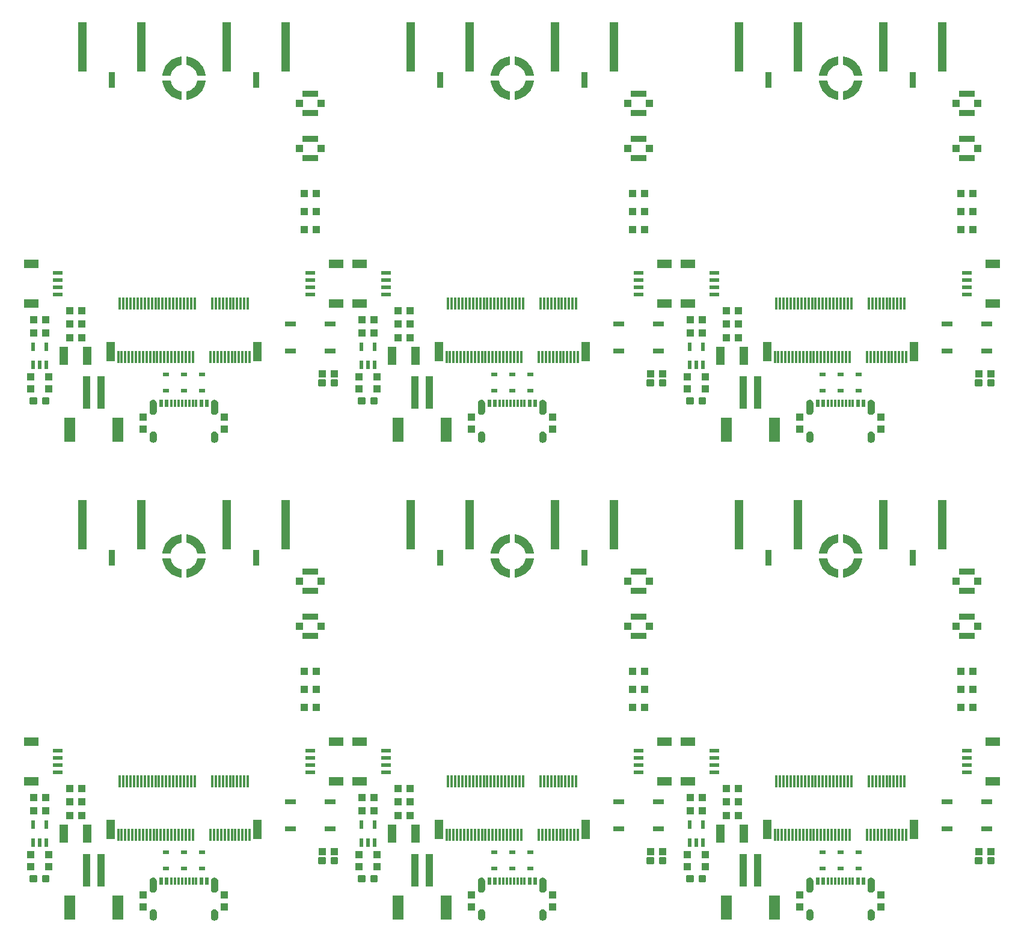
<source format=gtp>
G04 EAGLE Gerber RS-274X export*
G75*
%MOMM*%
%FSLAX34Y34*%
%LPD*%
%INSolderpaste Top*%
%IPPOS*%
%AMOC8*
5,1,8,0,0,1.08239X$1,22.5*%
G01*
%ADD10R,0.300000X1.000000*%
%ADD11R,0.600000X1.000000*%
%ADD12R,1.000000X1.100000*%
%ADD13R,2.000000X1.200000*%
%ADD14R,1.350000X0.600000*%
%ADD15R,1.100000X1.000000*%
%ADD16R,1.524000X0.762000*%
%ADD17R,0.550000X1.200000*%
%ADD18C,0.300000*%
%ADD19R,1.000000X4.600000*%
%ADD20R,1.600000X3.400000*%
%ADD21R,1.200000X2.750000*%
%ADD22R,0.300000X1.750000*%
%ADD23R,1.150000X7.000000*%
%ADD24R,0.900000X2.200000*%
%ADD25R,2.200000X0.850000*%
%ADD26R,1.050000X1.000000*%
%ADD27R,0.830000X0.630000*%
%ADD28R,1.200000X2.500000*%

G36*
X1149219Y1160771D02*
X1149219Y1160771D01*
X1149264Y1160772D01*
X1149315Y1160794D01*
X1149370Y1160807D01*
X1149406Y1160833D01*
X1149446Y1160851D01*
X1149485Y1160892D01*
X1149530Y1160925D01*
X1149553Y1160963D01*
X1149583Y1160995D01*
X1149603Y1161048D01*
X1149632Y1161096D01*
X1149640Y1161147D01*
X1149653Y1161181D01*
X1149652Y1161215D01*
X1149659Y1161260D01*
X1149659Y1172260D01*
X1149649Y1172313D01*
X1149648Y1172366D01*
X1149629Y1172409D01*
X1149620Y1172455D01*
X1149589Y1172499D01*
X1149568Y1172548D01*
X1149534Y1172580D01*
X1149507Y1172619D01*
X1149462Y1172648D01*
X1149423Y1172684D01*
X1149372Y1172705D01*
X1149340Y1172726D01*
X1149308Y1172731D01*
X1149269Y1172747D01*
X1146534Y1173358D01*
X1143970Y1174386D01*
X1141606Y1175813D01*
X1139502Y1177602D01*
X1137713Y1179706D01*
X1136286Y1182070D01*
X1135258Y1184634D01*
X1134647Y1187369D01*
X1134625Y1187418D01*
X1134613Y1187470D01*
X1134585Y1187508D01*
X1134566Y1187550D01*
X1134527Y1187587D01*
X1134495Y1187630D01*
X1134455Y1187654D01*
X1134421Y1187686D01*
X1134370Y1187704D01*
X1134324Y1187732D01*
X1134270Y1187741D01*
X1134234Y1187754D01*
X1134202Y1187752D01*
X1134160Y1187759D01*
X1123160Y1187759D01*
X1123105Y1187748D01*
X1123049Y1187747D01*
X1123008Y1187728D01*
X1122965Y1187720D01*
X1122919Y1187688D01*
X1122868Y1187665D01*
X1122838Y1187632D01*
X1122801Y1187607D01*
X1122771Y1187560D01*
X1122733Y1187518D01*
X1122718Y1187477D01*
X1122694Y1187440D01*
X1122685Y1187384D01*
X1122666Y1187331D01*
X1122667Y1187279D01*
X1122661Y1187243D01*
X1122669Y1187211D01*
X1122669Y1187206D01*
X1122669Y1187204D01*
X1122669Y1187203D01*
X1122670Y1187165D01*
X1123509Y1182844D01*
X1123521Y1182815D01*
X1123529Y1182773D01*
X1124998Y1178623D01*
X1125014Y1178596D01*
X1125028Y1178556D01*
X1127094Y1174669D01*
X1127114Y1174645D01*
X1127133Y1174607D01*
X1129751Y1171068D01*
X1129775Y1171047D01*
X1129800Y1171012D01*
X1132912Y1167900D01*
X1132927Y1167890D01*
X1132935Y1167879D01*
X1132950Y1167870D01*
X1132968Y1167851D01*
X1136507Y1165233D01*
X1136535Y1165220D01*
X1136569Y1165194D01*
X1140456Y1163128D01*
X1140486Y1163119D01*
X1140523Y1163098D01*
X1144673Y1161629D01*
X1144704Y1161624D01*
X1144744Y1161609D01*
X1149065Y1160770D01*
X1149121Y1160770D01*
X1149177Y1160761D01*
X1149219Y1160771D01*
G37*
G36*
X686939Y487671D02*
X686939Y487671D01*
X686984Y487672D01*
X687035Y487694D01*
X687090Y487707D01*
X687126Y487733D01*
X687166Y487751D01*
X687205Y487792D01*
X687250Y487825D01*
X687273Y487863D01*
X687303Y487895D01*
X687323Y487948D01*
X687352Y487996D01*
X687360Y488047D01*
X687373Y488081D01*
X687372Y488115D01*
X687379Y488160D01*
X687379Y499160D01*
X687369Y499213D01*
X687368Y499266D01*
X687349Y499309D01*
X687340Y499355D01*
X687309Y499399D01*
X687288Y499448D01*
X687254Y499480D01*
X687227Y499519D01*
X687182Y499548D01*
X687143Y499584D01*
X687092Y499605D01*
X687060Y499626D01*
X687028Y499631D01*
X686989Y499647D01*
X684254Y500258D01*
X681690Y501286D01*
X679326Y502713D01*
X677222Y504502D01*
X675433Y506606D01*
X674006Y508970D01*
X672978Y511534D01*
X672367Y514269D01*
X672345Y514318D01*
X672333Y514370D01*
X672305Y514408D01*
X672286Y514450D01*
X672247Y514487D01*
X672215Y514530D01*
X672175Y514554D01*
X672141Y514586D01*
X672090Y514604D01*
X672044Y514632D01*
X671990Y514641D01*
X671954Y514654D01*
X671922Y514652D01*
X671880Y514659D01*
X660880Y514659D01*
X660825Y514648D01*
X660769Y514647D01*
X660728Y514628D01*
X660685Y514620D01*
X660639Y514588D01*
X660588Y514565D01*
X660558Y514532D01*
X660521Y514507D01*
X660491Y514460D01*
X660453Y514418D01*
X660438Y514377D01*
X660414Y514340D01*
X660405Y514284D01*
X660386Y514231D01*
X660387Y514179D01*
X660381Y514143D01*
X660389Y514111D01*
X660389Y514106D01*
X660389Y514104D01*
X660389Y514103D01*
X660390Y514065D01*
X661229Y509744D01*
X661241Y509715D01*
X661249Y509673D01*
X662718Y505523D01*
X662734Y505496D01*
X662748Y505456D01*
X664814Y501569D01*
X664834Y501545D01*
X664853Y501507D01*
X667471Y497968D01*
X667495Y497947D01*
X667520Y497912D01*
X670632Y494800D01*
X670647Y494790D01*
X670655Y494779D01*
X670670Y494770D01*
X670688Y494751D01*
X674227Y492133D01*
X674255Y492120D01*
X674289Y492094D01*
X678176Y490028D01*
X678206Y490019D01*
X678243Y489998D01*
X682393Y488529D01*
X682424Y488524D01*
X682464Y488509D01*
X686785Y487670D01*
X686841Y487670D01*
X686897Y487661D01*
X686939Y487671D01*
G37*
G36*
X1149219Y487671D02*
X1149219Y487671D01*
X1149264Y487672D01*
X1149315Y487694D01*
X1149370Y487707D01*
X1149406Y487733D01*
X1149446Y487751D01*
X1149485Y487792D01*
X1149530Y487825D01*
X1149553Y487863D01*
X1149583Y487895D01*
X1149603Y487948D01*
X1149632Y487996D01*
X1149640Y488047D01*
X1149653Y488081D01*
X1149652Y488115D01*
X1149659Y488160D01*
X1149659Y499160D01*
X1149649Y499213D01*
X1149648Y499266D01*
X1149629Y499309D01*
X1149620Y499355D01*
X1149589Y499399D01*
X1149568Y499448D01*
X1149534Y499480D01*
X1149507Y499519D01*
X1149462Y499548D01*
X1149423Y499584D01*
X1149372Y499605D01*
X1149340Y499626D01*
X1149308Y499631D01*
X1149269Y499647D01*
X1146534Y500258D01*
X1143970Y501286D01*
X1141606Y502713D01*
X1139502Y504502D01*
X1137713Y506606D01*
X1136286Y508970D01*
X1135258Y511534D01*
X1134647Y514269D01*
X1134625Y514318D01*
X1134613Y514370D01*
X1134585Y514408D01*
X1134566Y514450D01*
X1134527Y514487D01*
X1134495Y514530D01*
X1134455Y514554D01*
X1134421Y514586D01*
X1134370Y514604D01*
X1134324Y514632D01*
X1134270Y514641D01*
X1134234Y514654D01*
X1134202Y514652D01*
X1134160Y514659D01*
X1123160Y514659D01*
X1123105Y514648D01*
X1123049Y514647D01*
X1123008Y514628D01*
X1122965Y514620D01*
X1122919Y514588D01*
X1122868Y514565D01*
X1122838Y514532D01*
X1122801Y514507D01*
X1122771Y514460D01*
X1122733Y514418D01*
X1122718Y514377D01*
X1122694Y514340D01*
X1122685Y514284D01*
X1122666Y514231D01*
X1122667Y514179D01*
X1122661Y514143D01*
X1122669Y514111D01*
X1122669Y514106D01*
X1122669Y514104D01*
X1122669Y514103D01*
X1122670Y514065D01*
X1123509Y509744D01*
X1123521Y509715D01*
X1123529Y509673D01*
X1124998Y505523D01*
X1125014Y505496D01*
X1125028Y505456D01*
X1127094Y501569D01*
X1127114Y501545D01*
X1127133Y501507D01*
X1129751Y497968D01*
X1129775Y497947D01*
X1129800Y497912D01*
X1132912Y494800D01*
X1132927Y494790D01*
X1132935Y494779D01*
X1132950Y494770D01*
X1132968Y494751D01*
X1136507Y492133D01*
X1136535Y492120D01*
X1136569Y492094D01*
X1140456Y490028D01*
X1140486Y490019D01*
X1140523Y489998D01*
X1144673Y488529D01*
X1144704Y488524D01*
X1144744Y488509D01*
X1149065Y487670D01*
X1149121Y487670D01*
X1149177Y487661D01*
X1149219Y487671D01*
G37*
G36*
X224659Y487671D02*
X224659Y487671D01*
X224704Y487672D01*
X224755Y487694D01*
X224810Y487707D01*
X224846Y487733D01*
X224886Y487751D01*
X224925Y487792D01*
X224970Y487825D01*
X224993Y487863D01*
X225023Y487895D01*
X225043Y487948D01*
X225072Y487996D01*
X225080Y488047D01*
X225093Y488081D01*
X225092Y488115D01*
X225099Y488160D01*
X225099Y499160D01*
X225089Y499213D01*
X225088Y499266D01*
X225069Y499309D01*
X225060Y499355D01*
X225029Y499399D01*
X225008Y499448D01*
X224974Y499480D01*
X224947Y499519D01*
X224902Y499548D01*
X224863Y499584D01*
X224812Y499605D01*
X224780Y499626D01*
X224748Y499631D01*
X224709Y499647D01*
X221974Y500258D01*
X219410Y501286D01*
X217046Y502713D01*
X214942Y504502D01*
X213153Y506606D01*
X211726Y508970D01*
X210698Y511534D01*
X210087Y514269D01*
X210065Y514318D01*
X210053Y514370D01*
X210025Y514408D01*
X210006Y514450D01*
X209967Y514487D01*
X209935Y514530D01*
X209895Y514554D01*
X209861Y514586D01*
X209810Y514604D01*
X209764Y514632D01*
X209710Y514641D01*
X209674Y514654D01*
X209642Y514652D01*
X209600Y514659D01*
X198600Y514659D01*
X198545Y514648D01*
X198489Y514647D01*
X198448Y514628D01*
X198405Y514620D01*
X198359Y514588D01*
X198308Y514565D01*
X198278Y514532D01*
X198241Y514507D01*
X198211Y514460D01*
X198173Y514418D01*
X198158Y514377D01*
X198134Y514340D01*
X198125Y514284D01*
X198106Y514231D01*
X198107Y514179D01*
X198101Y514143D01*
X198109Y514111D01*
X198109Y514106D01*
X198109Y514104D01*
X198109Y514103D01*
X198110Y514065D01*
X198949Y509744D01*
X198961Y509715D01*
X198969Y509673D01*
X200438Y505523D01*
X200454Y505496D01*
X200468Y505456D01*
X202534Y501569D01*
X202554Y501545D01*
X202573Y501507D01*
X205191Y497968D01*
X205215Y497947D01*
X205240Y497912D01*
X208352Y494800D01*
X208367Y494790D01*
X208375Y494779D01*
X208390Y494770D01*
X208408Y494751D01*
X211947Y492133D01*
X211975Y492120D01*
X212009Y492094D01*
X215896Y490028D01*
X215926Y490019D01*
X215963Y489998D01*
X220113Y488529D01*
X220144Y488524D01*
X220184Y488509D01*
X224505Y487670D01*
X224561Y487670D01*
X224617Y487661D01*
X224659Y487671D01*
G37*
G36*
X224659Y1160771D02*
X224659Y1160771D01*
X224704Y1160772D01*
X224755Y1160794D01*
X224810Y1160807D01*
X224846Y1160833D01*
X224886Y1160851D01*
X224925Y1160892D01*
X224970Y1160925D01*
X224993Y1160963D01*
X225023Y1160995D01*
X225043Y1161048D01*
X225072Y1161096D01*
X225080Y1161147D01*
X225093Y1161181D01*
X225092Y1161215D01*
X225099Y1161260D01*
X225099Y1172260D01*
X225089Y1172313D01*
X225088Y1172366D01*
X225069Y1172409D01*
X225060Y1172455D01*
X225029Y1172499D01*
X225008Y1172548D01*
X224974Y1172580D01*
X224947Y1172619D01*
X224902Y1172648D01*
X224863Y1172684D01*
X224812Y1172705D01*
X224780Y1172726D01*
X224748Y1172731D01*
X224709Y1172747D01*
X221974Y1173358D01*
X219410Y1174386D01*
X217046Y1175813D01*
X214942Y1177602D01*
X213153Y1179706D01*
X211726Y1182070D01*
X210698Y1184634D01*
X210087Y1187369D01*
X210065Y1187418D01*
X210053Y1187470D01*
X210025Y1187508D01*
X210006Y1187550D01*
X209967Y1187587D01*
X209935Y1187630D01*
X209895Y1187654D01*
X209861Y1187686D01*
X209810Y1187704D01*
X209764Y1187732D01*
X209710Y1187741D01*
X209674Y1187754D01*
X209642Y1187752D01*
X209600Y1187759D01*
X198600Y1187759D01*
X198545Y1187748D01*
X198489Y1187747D01*
X198448Y1187728D01*
X198405Y1187720D01*
X198359Y1187688D01*
X198308Y1187665D01*
X198278Y1187632D01*
X198241Y1187607D01*
X198211Y1187560D01*
X198173Y1187518D01*
X198158Y1187477D01*
X198134Y1187440D01*
X198125Y1187384D01*
X198106Y1187331D01*
X198107Y1187279D01*
X198101Y1187243D01*
X198109Y1187211D01*
X198109Y1187206D01*
X198109Y1187204D01*
X198109Y1187203D01*
X198110Y1187165D01*
X198949Y1182844D01*
X198961Y1182815D01*
X198969Y1182773D01*
X200438Y1178623D01*
X200454Y1178596D01*
X200468Y1178556D01*
X202534Y1174669D01*
X202554Y1174645D01*
X202573Y1174607D01*
X205191Y1171068D01*
X205215Y1171047D01*
X205240Y1171012D01*
X208352Y1167900D01*
X208367Y1167890D01*
X208375Y1167879D01*
X208390Y1167870D01*
X208408Y1167851D01*
X211947Y1165233D01*
X211975Y1165220D01*
X212009Y1165194D01*
X215896Y1163128D01*
X215926Y1163119D01*
X215963Y1163098D01*
X220113Y1161629D01*
X220144Y1161624D01*
X220184Y1161609D01*
X224505Y1160770D01*
X224561Y1160770D01*
X224617Y1160761D01*
X224659Y1160771D01*
G37*
G36*
X686939Y1160771D02*
X686939Y1160771D01*
X686984Y1160772D01*
X687035Y1160794D01*
X687090Y1160807D01*
X687126Y1160833D01*
X687166Y1160851D01*
X687205Y1160892D01*
X687250Y1160925D01*
X687273Y1160963D01*
X687303Y1160995D01*
X687323Y1161048D01*
X687352Y1161096D01*
X687360Y1161147D01*
X687373Y1161181D01*
X687372Y1161215D01*
X687379Y1161260D01*
X687379Y1172260D01*
X687369Y1172313D01*
X687368Y1172366D01*
X687349Y1172409D01*
X687340Y1172455D01*
X687309Y1172499D01*
X687288Y1172548D01*
X687254Y1172580D01*
X687227Y1172619D01*
X687182Y1172648D01*
X687143Y1172684D01*
X687092Y1172705D01*
X687060Y1172726D01*
X687028Y1172731D01*
X686989Y1172747D01*
X684254Y1173358D01*
X681690Y1174386D01*
X679326Y1175813D01*
X677222Y1177602D01*
X675433Y1179706D01*
X674006Y1182070D01*
X672978Y1184634D01*
X672367Y1187369D01*
X672345Y1187418D01*
X672333Y1187470D01*
X672305Y1187508D01*
X672286Y1187550D01*
X672247Y1187587D01*
X672215Y1187630D01*
X672175Y1187654D01*
X672141Y1187686D01*
X672090Y1187704D01*
X672044Y1187732D01*
X671990Y1187741D01*
X671954Y1187754D01*
X671922Y1187752D01*
X671880Y1187759D01*
X660880Y1187759D01*
X660825Y1187748D01*
X660769Y1187747D01*
X660728Y1187728D01*
X660685Y1187720D01*
X660639Y1187688D01*
X660588Y1187665D01*
X660558Y1187632D01*
X660521Y1187607D01*
X660491Y1187560D01*
X660453Y1187518D01*
X660438Y1187477D01*
X660414Y1187440D01*
X660405Y1187384D01*
X660386Y1187331D01*
X660387Y1187279D01*
X660381Y1187243D01*
X660389Y1187211D01*
X660389Y1187206D01*
X660389Y1187204D01*
X660389Y1187203D01*
X660390Y1187165D01*
X661229Y1182844D01*
X661241Y1182815D01*
X661249Y1182773D01*
X662718Y1178623D01*
X662734Y1178596D01*
X662748Y1178556D01*
X664814Y1174669D01*
X664834Y1174645D01*
X664853Y1174607D01*
X667471Y1171068D01*
X667495Y1171047D01*
X667520Y1171012D01*
X670632Y1167900D01*
X670647Y1167890D01*
X670655Y1167879D01*
X670670Y1167870D01*
X670688Y1167851D01*
X674227Y1165233D01*
X674255Y1165220D01*
X674289Y1165194D01*
X678176Y1163128D01*
X678206Y1163119D01*
X678243Y1163098D01*
X682393Y1161629D01*
X682424Y1161624D01*
X682464Y1161609D01*
X686785Y1160770D01*
X686841Y1160770D01*
X686897Y1160761D01*
X686939Y1160771D01*
G37*
G36*
X1134213Y1194771D02*
X1134213Y1194771D01*
X1134266Y1194772D01*
X1134309Y1194791D01*
X1134355Y1194800D01*
X1134399Y1194831D01*
X1134448Y1194852D01*
X1134480Y1194886D01*
X1134519Y1194913D01*
X1134548Y1194958D01*
X1134584Y1194997D01*
X1134605Y1195048D01*
X1134626Y1195080D01*
X1134631Y1195112D01*
X1134647Y1195151D01*
X1135258Y1197886D01*
X1136286Y1200450D01*
X1137713Y1202814D01*
X1139502Y1204918D01*
X1141606Y1206707D01*
X1143970Y1208134D01*
X1146534Y1209162D01*
X1149269Y1209773D01*
X1149318Y1209795D01*
X1149370Y1209807D01*
X1149408Y1209835D01*
X1149450Y1209854D01*
X1149487Y1209893D01*
X1149530Y1209925D01*
X1149554Y1209965D01*
X1149586Y1209999D01*
X1149604Y1210050D01*
X1149632Y1210096D01*
X1149641Y1210150D01*
X1149654Y1210186D01*
X1149652Y1210218D01*
X1149659Y1210260D01*
X1149659Y1221260D01*
X1149648Y1221315D01*
X1149647Y1221371D01*
X1149628Y1221412D01*
X1149620Y1221455D01*
X1149588Y1221501D01*
X1149565Y1221553D01*
X1149532Y1221582D01*
X1149507Y1221619D01*
X1149460Y1221649D01*
X1149418Y1221687D01*
X1149377Y1221702D01*
X1149340Y1221726D01*
X1149284Y1221735D01*
X1149231Y1221754D01*
X1149179Y1221753D01*
X1149143Y1221759D01*
X1149111Y1221751D01*
X1149065Y1221750D01*
X1144744Y1220911D01*
X1144715Y1220899D01*
X1144673Y1220891D01*
X1140523Y1219422D01*
X1140496Y1219406D01*
X1140456Y1219392D01*
X1136569Y1217326D01*
X1136545Y1217306D01*
X1136507Y1217287D01*
X1132968Y1214669D01*
X1132947Y1214645D01*
X1132912Y1214620D01*
X1129800Y1211508D01*
X1129782Y1211482D01*
X1129751Y1211452D01*
X1127133Y1207914D01*
X1127120Y1207885D01*
X1127094Y1207851D01*
X1125028Y1203964D01*
X1125021Y1203941D01*
X1125012Y1203927D01*
X1125011Y1203919D01*
X1124998Y1203897D01*
X1123529Y1199747D01*
X1123524Y1199716D01*
X1123509Y1199676D01*
X1122670Y1195355D01*
X1122670Y1195299D01*
X1122661Y1195243D01*
X1122671Y1195201D01*
X1122672Y1195156D01*
X1122694Y1195105D01*
X1122707Y1195050D01*
X1122733Y1195015D01*
X1122751Y1194974D01*
X1122792Y1194935D01*
X1122825Y1194890D01*
X1122863Y1194867D01*
X1122895Y1194837D01*
X1122948Y1194817D01*
X1122996Y1194788D01*
X1123047Y1194780D01*
X1123081Y1194767D01*
X1123115Y1194768D01*
X1123160Y1194761D01*
X1134160Y1194761D01*
X1134213Y1194771D01*
G37*
G36*
X209653Y1194771D02*
X209653Y1194771D01*
X209706Y1194772D01*
X209749Y1194791D01*
X209795Y1194800D01*
X209839Y1194831D01*
X209888Y1194852D01*
X209920Y1194886D01*
X209959Y1194913D01*
X209988Y1194958D01*
X210024Y1194997D01*
X210045Y1195048D01*
X210066Y1195080D01*
X210071Y1195112D01*
X210087Y1195151D01*
X210698Y1197886D01*
X211726Y1200450D01*
X213153Y1202814D01*
X214942Y1204918D01*
X217046Y1206707D01*
X219410Y1208134D01*
X221974Y1209162D01*
X224709Y1209773D01*
X224758Y1209795D01*
X224810Y1209807D01*
X224848Y1209835D01*
X224890Y1209854D01*
X224927Y1209893D01*
X224970Y1209925D01*
X224994Y1209965D01*
X225026Y1209999D01*
X225044Y1210050D01*
X225072Y1210096D01*
X225081Y1210150D01*
X225094Y1210186D01*
X225092Y1210218D01*
X225099Y1210260D01*
X225099Y1221260D01*
X225088Y1221315D01*
X225087Y1221371D01*
X225068Y1221412D01*
X225060Y1221455D01*
X225028Y1221501D01*
X225005Y1221553D01*
X224972Y1221582D01*
X224947Y1221619D01*
X224900Y1221649D01*
X224858Y1221687D01*
X224817Y1221702D01*
X224780Y1221726D01*
X224724Y1221735D01*
X224671Y1221754D01*
X224619Y1221753D01*
X224583Y1221759D01*
X224551Y1221751D01*
X224505Y1221750D01*
X220184Y1220911D01*
X220155Y1220899D01*
X220113Y1220891D01*
X215963Y1219422D01*
X215936Y1219406D01*
X215896Y1219392D01*
X212009Y1217326D01*
X211985Y1217306D01*
X211947Y1217287D01*
X208408Y1214669D01*
X208387Y1214645D01*
X208352Y1214620D01*
X205240Y1211508D01*
X205222Y1211482D01*
X205191Y1211452D01*
X202573Y1207914D01*
X202560Y1207885D01*
X202534Y1207851D01*
X200468Y1203964D01*
X200461Y1203941D01*
X200452Y1203927D01*
X200451Y1203919D01*
X200438Y1203897D01*
X198969Y1199747D01*
X198964Y1199716D01*
X198949Y1199676D01*
X198110Y1195355D01*
X198110Y1195299D01*
X198101Y1195243D01*
X198111Y1195201D01*
X198112Y1195156D01*
X198134Y1195105D01*
X198147Y1195050D01*
X198173Y1195015D01*
X198191Y1194974D01*
X198232Y1194935D01*
X198265Y1194890D01*
X198303Y1194867D01*
X198335Y1194837D01*
X198388Y1194817D01*
X198436Y1194788D01*
X198487Y1194780D01*
X198521Y1194767D01*
X198555Y1194768D01*
X198600Y1194761D01*
X209600Y1194761D01*
X209653Y1194771D01*
G37*
G36*
X671933Y1194771D02*
X671933Y1194771D01*
X671986Y1194772D01*
X672029Y1194791D01*
X672075Y1194800D01*
X672119Y1194831D01*
X672168Y1194852D01*
X672200Y1194886D01*
X672239Y1194913D01*
X672268Y1194958D01*
X672304Y1194997D01*
X672325Y1195048D01*
X672346Y1195080D01*
X672351Y1195112D01*
X672367Y1195151D01*
X672978Y1197886D01*
X674006Y1200450D01*
X675433Y1202814D01*
X677222Y1204918D01*
X679326Y1206707D01*
X681690Y1208134D01*
X684254Y1209162D01*
X686989Y1209773D01*
X687038Y1209795D01*
X687090Y1209807D01*
X687128Y1209835D01*
X687170Y1209854D01*
X687207Y1209893D01*
X687250Y1209925D01*
X687274Y1209965D01*
X687306Y1209999D01*
X687324Y1210050D01*
X687352Y1210096D01*
X687361Y1210150D01*
X687374Y1210186D01*
X687372Y1210218D01*
X687379Y1210260D01*
X687379Y1221260D01*
X687368Y1221315D01*
X687367Y1221371D01*
X687348Y1221412D01*
X687340Y1221455D01*
X687308Y1221501D01*
X687285Y1221553D01*
X687252Y1221582D01*
X687227Y1221619D01*
X687180Y1221649D01*
X687138Y1221687D01*
X687097Y1221702D01*
X687060Y1221726D01*
X687004Y1221735D01*
X686951Y1221754D01*
X686899Y1221753D01*
X686863Y1221759D01*
X686831Y1221751D01*
X686785Y1221750D01*
X682464Y1220911D01*
X682435Y1220899D01*
X682393Y1220891D01*
X678243Y1219422D01*
X678216Y1219406D01*
X678176Y1219392D01*
X674289Y1217326D01*
X674265Y1217306D01*
X674227Y1217287D01*
X670688Y1214669D01*
X670667Y1214645D01*
X670632Y1214620D01*
X667520Y1211508D01*
X667502Y1211482D01*
X667471Y1211452D01*
X664853Y1207914D01*
X664840Y1207885D01*
X664814Y1207851D01*
X662748Y1203964D01*
X662741Y1203941D01*
X662732Y1203927D01*
X662731Y1203919D01*
X662718Y1203897D01*
X661249Y1199747D01*
X661244Y1199716D01*
X661229Y1199676D01*
X660390Y1195355D01*
X660390Y1195299D01*
X660381Y1195243D01*
X660391Y1195201D01*
X660392Y1195156D01*
X660414Y1195105D01*
X660427Y1195050D01*
X660453Y1195015D01*
X660471Y1194974D01*
X660512Y1194935D01*
X660545Y1194890D01*
X660583Y1194867D01*
X660615Y1194837D01*
X660668Y1194817D01*
X660716Y1194788D01*
X660767Y1194780D01*
X660801Y1194767D01*
X660835Y1194768D01*
X660880Y1194761D01*
X671880Y1194761D01*
X671933Y1194771D01*
G37*
G36*
X1134213Y521671D02*
X1134213Y521671D01*
X1134266Y521672D01*
X1134309Y521691D01*
X1134355Y521700D01*
X1134399Y521731D01*
X1134448Y521752D01*
X1134480Y521786D01*
X1134519Y521813D01*
X1134548Y521858D01*
X1134584Y521897D01*
X1134605Y521948D01*
X1134626Y521980D01*
X1134631Y522012D01*
X1134647Y522051D01*
X1135258Y524786D01*
X1136286Y527350D01*
X1137713Y529714D01*
X1139502Y531818D01*
X1141606Y533607D01*
X1143970Y535034D01*
X1146534Y536062D01*
X1149269Y536673D01*
X1149318Y536695D01*
X1149370Y536707D01*
X1149408Y536735D01*
X1149450Y536754D01*
X1149487Y536793D01*
X1149530Y536825D01*
X1149554Y536865D01*
X1149586Y536899D01*
X1149604Y536950D01*
X1149632Y536996D01*
X1149641Y537050D01*
X1149654Y537086D01*
X1149652Y537118D01*
X1149659Y537160D01*
X1149659Y548160D01*
X1149648Y548215D01*
X1149647Y548271D01*
X1149628Y548312D01*
X1149620Y548355D01*
X1149588Y548401D01*
X1149565Y548453D01*
X1149532Y548482D01*
X1149507Y548519D01*
X1149460Y548549D01*
X1149418Y548587D01*
X1149377Y548602D01*
X1149340Y548626D01*
X1149284Y548635D01*
X1149231Y548654D01*
X1149179Y548653D01*
X1149143Y548659D01*
X1149111Y548651D01*
X1149065Y548650D01*
X1144744Y547811D01*
X1144715Y547799D01*
X1144673Y547791D01*
X1140523Y546322D01*
X1140496Y546306D01*
X1140456Y546292D01*
X1136569Y544226D01*
X1136545Y544206D01*
X1136507Y544187D01*
X1132968Y541569D01*
X1132947Y541545D01*
X1132912Y541520D01*
X1129800Y538408D01*
X1129782Y538382D01*
X1129751Y538352D01*
X1127133Y534814D01*
X1127120Y534785D01*
X1127094Y534751D01*
X1125028Y530864D01*
X1125021Y530841D01*
X1125012Y530827D01*
X1125011Y530819D01*
X1124998Y530797D01*
X1123529Y526647D01*
X1123524Y526616D01*
X1123509Y526576D01*
X1122670Y522255D01*
X1122670Y522199D01*
X1122661Y522143D01*
X1122671Y522101D01*
X1122672Y522056D01*
X1122694Y522005D01*
X1122707Y521950D01*
X1122733Y521915D01*
X1122751Y521874D01*
X1122792Y521835D01*
X1122825Y521790D01*
X1122863Y521767D01*
X1122895Y521737D01*
X1122948Y521717D01*
X1122996Y521688D01*
X1123047Y521680D01*
X1123081Y521667D01*
X1123115Y521668D01*
X1123160Y521661D01*
X1134160Y521661D01*
X1134213Y521671D01*
G37*
G36*
X209653Y521671D02*
X209653Y521671D01*
X209706Y521672D01*
X209749Y521691D01*
X209795Y521700D01*
X209839Y521731D01*
X209888Y521752D01*
X209920Y521786D01*
X209959Y521813D01*
X209988Y521858D01*
X210024Y521897D01*
X210045Y521948D01*
X210066Y521980D01*
X210071Y522012D01*
X210087Y522051D01*
X210698Y524786D01*
X211726Y527350D01*
X213153Y529714D01*
X214942Y531818D01*
X217046Y533607D01*
X219410Y535034D01*
X221974Y536062D01*
X224709Y536673D01*
X224758Y536695D01*
X224810Y536707D01*
X224848Y536735D01*
X224890Y536754D01*
X224927Y536793D01*
X224970Y536825D01*
X224994Y536865D01*
X225026Y536899D01*
X225044Y536950D01*
X225072Y536996D01*
X225081Y537050D01*
X225094Y537086D01*
X225092Y537118D01*
X225099Y537160D01*
X225099Y548160D01*
X225088Y548215D01*
X225087Y548271D01*
X225068Y548312D01*
X225060Y548355D01*
X225028Y548401D01*
X225005Y548453D01*
X224972Y548482D01*
X224947Y548519D01*
X224900Y548549D01*
X224858Y548587D01*
X224817Y548602D01*
X224780Y548626D01*
X224724Y548635D01*
X224671Y548654D01*
X224619Y548653D01*
X224583Y548659D01*
X224551Y548651D01*
X224505Y548650D01*
X220184Y547811D01*
X220155Y547799D01*
X220113Y547791D01*
X215963Y546322D01*
X215936Y546306D01*
X215896Y546292D01*
X212009Y544226D01*
X211985Y544206D01*
X211947Y544187D01*
X208408Y541569D01*
X208387Y541545D01*
X208352Y541520D01*
X205240Y538408D01*
X205222Y538382D01*
X205191Y538352D01*
X202573Y534814D01*
X202560Y534785D01*
X202534Y534751D01*
X200468Y530864D01*
X200461Y530841D01*
X200452Y530827D01*
X200451Y530819D01*
X200438Y530797D01*
X198969Y526647D01*
X198964Y526616D01*
X198949Y526576D01*
X198110Y522255D01*
X198110Y522199D01*
X198101Y522143D01*
X198111Y522101D01*
X198112Y522056D01*
X198134Y522005D01*
X198147Y521950D01*
X198173Y521915D01*
X198191Y521874D01*
X198232Y521835D01*
X198265Y521790D01*
X198303Y521767D01*
X198335Y521737D01*
X198388Y521717D01*
X198436Y521688D01*
X198487Y521680D01*
X198521Y521667D01*
X198555Y521668D01*
X198600Y521661D01*
X209600Y521661D01*
X209653Y521671D01*
G37*
G36*
X671933Y521671D02*
X671933Y521671D01*
X671986Y521672D01*
X672029Y521691D01*
X672075Y521700D01*
X672119Y521731D01*
X672168Y521752D01*
X672200Y521786D01*
X672239Y521813D01*
X672268Y521858D01*
X672304Y521897D01*
X672325Y521948D01*
X672346Y521980D01*
X672351Y522012D01*
X672367Y522051D01*
X672978Y524786D01*
X674006Y527350D01*
X675433Y529714D01*
X677222Y531818D01*
X679326Y533607D01*
X681690Y535034D01*
X684254Y536062D01*
X686989Y536673D01*
X687038Y536695D01*
X687090Y536707D01*
X687128Y536735D01*
X687170Y536754D01*
X687207Y536793D01*
X687250Y536825D01*
X687274Y536865D01*
X687306Y536899D01*
X687324Y536950D01*
X687352Y536996D01*
X687361Y537050D01*
X687374Y537086D01*
X687372Y537118D01*
X687379Y537160D01*
X687379Y548160D01*
X687368Y548215D01*
X687367Y548271D01*
X687348Y548312D01*
X687340Y548355D01*
X687308Y548401D01*
X687285Y548453D01*
X687252Y548482D01*
X687227Y548519D01*
X687180Y548549D01*
X687138Y548587D01*
X687097Y548602D01*
X687060Y548626D01*
X687004Y548635D01*
X686951Y548654D01*
X686899Y548653D01*
X686863Y548659D01*
X686831Y548651D01*
X686785Y548650D01*
X682464Y547811D01*
X682435Y547799D01*
X682393Y547791D01*
X678243Y546322D01*
X678216Y546306D01*
X678176Y546292D01*
X674289Y544226D01*
X674265Y544206D01*
X674227Y544187D01*
X670688Y541569D01*
X670667Y541545D01*
X670632Y541520D01*
X667520Y538408D01*
X667502Y538382D01*
X667471Y538352D01*
X664853Y534814D01*
X664840Y534785D01*
X664814Y534751D01*
X662748Y530864D01*
X662741Y530841D01*
X662732Y530827D01*
X662731Y530819D01*
X662718Y530797D01*
X661249Y526647D01*
X661244Y526616D01*
X661229Y526576D01*
X660390Y522255D01*
X660390Y522199D01*
X660381Y522143D01*
X660391Y522101D01*
X660392Y522056D01*
X660414Y522005D01*
X660427Y521950D01*
X660453Y521915D01*
X660471Y521874D01*
X660512Y521835D01*
X660545Y521790D01*
X660583Y521767D01*
X660615Y521737D01*
X660668Y521717D01*
X660716Y521688D01*
X660767Y521680D01*
X660801Y521667D01*
X660835Y521668D01*
X660880Y521661D01*
X671880Y521661D01*
X671933Y521671D01*
G37*
G36*
X1183215Y1194772D02*
X1183215Y1194772D01*
X1183271Y1194773D01*
X1183312Y1194792D01*
X1183355Y1194800D01*
X1183401Y1194832D01*
X1183453Y1194855D01*
X1183482Y1194888D01*
X1183519Y1194913D01*
X1183549Y1194960D01*
X1183587Y1195002D01*
X1183602Y1195043D01*
X1183626Y1195080D01*
X1183635Y1195136D01*
X1183654Y1195189D01*
X1183653Y1195241D01*
X1183659Y1195277D01*
X1183651Y1195309D01*
X1183650Y1195355D01*
X1182811Y1199676D01*
X1182799Y1199705D01*
X1182791Y1199747D01*
X1181322Y1203897D01*
X1181306Y1203924D01*
X1181297Y1203951D01*
X1181295Y1203957D01*
X1181294Y1203959D01*
X1181292Y1203964D01*
X1179226Y1207851D01*
X1179206Y1207875D01*
X1179187Y1207914D01*
X1176569Y1211452D01*
X1176545Y1211473D01*
X1176520Y1211508D01*
X1173408Y1214620D01*
X1173382Y1214638D01*
X1173352Y1214669D01*
X1169814Y1217287D01*
X1169785Y1217300D01*
X1169751Y1217326D01*
X1165864Y1219392D01*
X1165834Y1219401D01*
X1165797Y1219422D01*
X1161647Y1220891D01*
X1161616Y1220896D01*
X1161576Y1220911D01*
X1157255Y1221750D01*
X1157199Y1221750D01*
X1157143Y1221759D01*
X1157101Y1221749D01*
X1157056Y1221748D01*
X1157005Y1221726D01*
X1156950Y1221713D01*
X1156915Y1221687D01*
X1156874Y1221669D01*
X1156835Y1221628D01*
X1156790Y1221595D01*
X1156767Y1221557D01*
X1156737Y1221525D01*
X1156717Y1221472D01*
X1156688Y1221424D01*
X1156680Y1221373D01*
X1156667Y1221339D01*
X1156668Y1221305D01*
X1156661Y1221260D01*
X1156661Y1210260D01*
X1156671Y1210207D01*
X1156672Y1210154D01*
X1156691Y1210111D01*
X1156700Y1210065D01*
X1156731Y1210021D01*
X1156752Y1209972D01*
X1156786Y1209940D01*
X1156813Y1209901D01*
X1156858Y1209872D01*
X1156897Y1209836D01*
X1156948Y1209815D01*
X1156980Y1209794D01*
X1157012Y1209789D01*
X1157051Y1209773D01*
X1159786Y1209162D01*
X1162350Y1208134D01*
X1164714Y1206707D01*
X1166818Y1204918D01*
X1168607Y1202814D01*
X1170034Y1200450D01*
X1171062Y1197886D01*
X1171673Y1195151D01*
X1171695Y1195102D01*
X1171707Y1195050D01*
X1171735Y1195012D01*
X1171754Y1194970D01*
X1171793Y1194933D01*
X1171825Y1194890D01*
X1171865Y1194866D01*
X1171899Y1194834D01*
X1171950Y1194816D01*
X1171996Y1194788D01*
X1172050Y1194779D01*
X1172086Y1194766D01*
X1172118Y1194768D01*
X1172160Y1194761D01*
X1183160Y1194761D01*
X1183215Y1194772D01*
G37*
G36*
X720935Y1194772D02*
X720935Y1194772D01*
X720991Y1194773D01*
X721032Y1194792D01*
X721075Y1194800D01*
X721121Y1194832D01*
X721173Y1194855D01*
X721202Y1194888D01*
X721239Y1194913D01*
X721269Y1194960D01*
X721307Y1195002D01*
X721322Y1195043D01*
X721346Y1195080D01*
X721355Y1195136D01*
X721374Y1195189D01*
X721373Y1195241D01*
X721379Y1195277D01*
X721371Y1195309D01*
X721370Y1195355D01*
X720531Y1199676D01*
X720519Y1199705D01*
X720511Y1199747D01*
X719042Y1203897D01*
X719026Y1203924D01*
X719017Y1203951D01*
X719015Y1203957D01*
X719014Y1203959D01*
X719012Y1203964D01*
X716946Y1207851D01*
X716926Y1207875D01*
X716907Y1207914D01*
X714289Y1211452D01*
X714265Y1211473D01*
X714240Y1211508D01*
X711128Y1214620D01*
X711102Y1214638D01*
X711072Y1214669D01*
X707534Y1217287D01*
X707505Y1217300D01*
X707471Y1217326D01*
X703584Y1219392D01*
X703554Y1219401D01*
X703517Y1219422D01*
X699367Y1220891D01*
X699336Y1220896D01*
X699296Y1220911D01*
X694975Y1221750D01*
X694919Y1221750D01*
X694863Y1221759D01*
X694821Y1221749D01*
X694776Y1221748D01*
X694725Y1221726D01*
X694670Y1221713D01*
X694635Y1221687D01*
X694594Y1221669D01*
X694555Y1221628D01*
X694510Y1221595D01*
X694487Y1221557D01*
X694457Y1221525D01*
X694437Y1221472D01*
X694408Y1221424D01*
X694400Y1221373D01*
X694387Y1221339D01*
X694388Y1221305D01*
X694381Y1221260D01*
X694381Y1210260D01*
X694391Y1210207D01*
X694392Y1210154D01*
X694411Y1210111D01*
X694420Y1210065D01*
X694451Y1210021D01*
X694472Y1209972D01*
X694506Y1209940D01*
X694533Y1209901D01*
X694578Y1209872D01*
X694617Y1209836D01*
X694668Y1209815D01*
X694700Y1209794D01*
X694732Y1209789D01*
X694771Y1209773D01*
X697506Y1209162D01*
X700070Y1208134D01*
X702434Y1206707D01*
X704538Y1204918D01*
X706327Y1202814D01*
X707754Y1200450D01*
X708782Y1197886D01*
X709393Y1195151D01*
X709415Y1195102D01*
X709427Y1195050D01*
X709455Y1195012D01*
X709474Y1194970D01*
X709513Y1194933D01*
X709545Y1194890D01*
X709585Y1194866D01*
X709619Y1194834D01*
X709670Y1194816D01*
X709716Y1194788D01*
X709770Y1194779D01*
X709806Y1194766D01*
X709838Y1194768D01*
X709880Y1194761D01*
X720880Y1194761D01*
X720935Y1194772D01*
G37*
G36*
X258655Y1194772D02*
X258655Y1194772D01*
X258711Y1194773D01*
X258752Y1194792D01*
X258795Y1194800D01*
X258841Y1194832D01*
X258893Y1194855D01*
X258922Y1194888D01*
X258959Y1194913D01*
X258989Y1194960D01*
X259027Y1195002D01*
X259042Y1195043D01*
X259066Y1195080D01*
X259075Y1195136D01*
X259094Y1195189D01*
X259093Y1195241D01*
X259099Y1195277D01*
X259091Y1195309D01*
X259090Y1195355D01*
X258251Y1199676D01*
X258239Y1199705D01*
X258231Y1199747D01*
X256762Y1203897D01*
X256746Y1203924D01*
X256737Y1203951D01*
X256735Y1203957D01*
X256734Y1203959D01*
X256732Y1203964D01*
X254666Y1207851D01*
X254646Y1207875D01*
X254627Y1207914D01*
X252009Y1211452D01*
X251985Y1211473D01*
X251960Y1211508D01*
X248848Y1214620D01*
X248822Y1214638D01*
X248792Y1214669D01*
X245254Y1217287D01*
X245225Y1217300D01*
X245191Y1217326D01*
X241304Y1219392D01*
X241274Y1219401D01*
X241237Y1219422D01*
X237087Y1220891D01*
X237056Y1220896D01*
X237016Y1220911D01*
X232695Y1221750D01*
X232639Y1221750D01*
X232583Y1221759D01*
X232541Y1221749D01*
X232496Y1221748D01*
X232445Y1221726D01*
X232390Y1221713D01*
X232355Y1221687D01*
X232314Y1221669D01*
X232275Y1221628D01*
X232230Y1221595D01*
X232207Y1221557D01*
X232177Y1221525D01*
X232157Y1221472D01*
X232128Y1221424D01*
X232120Y1221373D01*
X232107Y1221339D01*
X232108Y1221305D01*
X232101Y1221260D01*
X232101Y1210260D01*
X232111Y1210207D01*
X232112Y1210154D01*
X232131Y1210111D01*
X232140Y1210065D01*
X232171Y1210021D01*
X232192Y1209972D01*
X232226Y1209940D01*
X232253Y1209901D01*
X232298Y1209872D01*
X232337Y1209836D01*
X232388Y1209815D01*
X232420Y1209794D01*
X232452Y1209789D01*
X232491Y1209773D01*
X235226Y1209162D01*
X237790Y1208134D01*
X240154Y1206707D01*
X242258Y1204918D01*
X244047Y1202814D01*
X245474Y1200450D01*
X246502Y1197886D01*
X247113Y1195151D01*
X247135Y1195102D01*
X247147Y1195050D01*
X247175Y1195012D01*
X247194Y1194970D01*
X247233Y1194933D01*
X247265Y1194890D01*
X247305Y1194866D01*
X247339Y1194834D01*
X247390Y1194816D01*
X247436Y1194788D01*
X247490Y1194779D01*
X247526Y1194766D01*
X247558Y1194768D01*
X247600Y1194761D01*
X258600Y1194761D01*
X258655Y1194772D01*
G37*
G36*
X720935Y521672D02*
X720935Y521672D01*
X720991Y521673D01*
X721032Y521692D01*
X721075Y521700D01*
X721121Y521732D01*
X721173Y521755D01*
X721202Y521788D01*
X721239Y521813D01*
X721269Y521860D01*
X721307Y521902D01*
X721322Y521943D01*
X721346Y521980D01*
X721355Y522036D01*
X721374Y522089D01*
X721373Y522141D01*
X721379Y522177D01*
X721371Y522209D01*
X721370Y522255D01*
X720531Y526576D01*
X720519Y526605D01*
X720511Y526647D01*
X719042Y530797D01*
X719026Y530824D01*
X719017Y530851D01*
X719015Y530857D01*
X719014Y530859D01*
X719012Y530864D01*
X716946Y534751D01*
X716926Y534775D01*
X716907Y534814D01*
X714289Y538352D01*
X714265Y538373D01*
X714240Y538408D01*
X711128Y541520D01*
X711102Y541538D01*
X711072Y541569D01*
X707534Y544187D01*
X707505Y544200D01*
X707471Y544226D01*
X703584Y546292D01*
X703554Y546301D01*
X703517Y546322D01*
X699367Y547791D01*
X699336Y547796D01*
X699296Y547811D01*
X694975Y548650D01*
X694919Y548650D01*
X694863Y548659D01*
X694821Y548649D01*
X694776Y548648D01*
X694725Y548626D01*
X694670Y548613D01*
X694635Y548587D01*
X694594Y548569D01*
X694555Y548528D01*
X694510Y548495D01*
X694487Y548457D01*
X694457Y548425D01*
X694437Y548372D01*
X694408Y548324D01*
X694400Y548273D01*
X694387Y548239D01*
X694388Y548205D01*
X694381Y548160D01*
X694381Y537160D01*
X694391Y537107D01*
X694392Y537054D01*
X694411Y537011D01*
X694420Y536965D01*
X694451Y536921D01*
X694472Y536872D01*
X694506Y536840D01*
X694533Y536801D01*
X694578Y536772D01*
X694617Y536736D01*
X694668Y536715D01*
X694700Y536694D01*
X694732Y536689D01*
X694771Y536673D01*
X697506Y536062D01*
X700070Y535034D01*
X702434Y533607D01*
X704538Y531818D01*
X706327Y529714D01*
X707754Y527350D01*
X708782Y524786D01*
X709393Y522051D01*
X709415Y522002D01*
X709427Y521950D01*
X709455Y521912D01*
X709474Y521870D01*
X709513Y521833D01*
X709545Y521790D01*
X709585Y521766D01*
X709619Y521734D01*
X709670Y521716D01*
X709716Y521688D01*
X709770Y521679D01*
X709806Y521666D01*
X709838Y521668D01*
X709880Y521661D01*
X720880Y521661D01*
X720935Y521672D01*
G37*
G36*
X258655Y521672D02*
X258655Y521672D01*
X258711Y521673D01*
X258752Y521692D01*
X258795Y521700D01*
X258841Y521732D01*
X258893Y521755D01*
X258922Y521788D01*
X258959Y521813D01*
X258989Y521860D01*
X259027Y521902D01*
X259042Y521943D01*
X259066Y521980D01*
X259075Y522036D01*
X259094Y522089D01*
X259093Y522141D01*
X259099Y522177D01*
X259091Y522209D01*
X259090Y522255D01*
X258251Y526576D01*
X258239Y526605D01*
X258231Y526647D01*
X256762Y530797D01*
X256746Y530824D01*
X256737Y530851D01*
X256735Y530857D01*
X256734Y530859D01*
X256732Y530864D01*
X254666Y534751D01*
X254646Y534775D01*
X254627Y534814D01*
X252009Y538352D01*
X251985Y538373D01*
X251960Y538408D01*
X248848Y541520D01*
X248822Y541538D01*
X248792Y541569D01*
X245254Y544187D01*
X245225Y544200D01*
X245191Y544226D01*
X241304Y546292D01*
X241274Y546301D01*
X241237Y546322D01*
X237087Y547791D01*
X237056Y547796D01*
X237016Y547811D01*
X232695Y548650D01*
X232639Y548650D01*
X232583Y548659D01*
X232541Y548649D01*
X232496Y548648D01*
X232445Y548626D01*
X232390Y548613D01*
X232355Y548587D01*
X232314Y548569D01*
X232275Y548528D01*
X232230Y548495D01*
X232207Y548457D01*
X232177Y548425D01*
X232157Y548372D01*
X232128Y548324D01*
X232120Y548273D01*
X232107Y548239D01*
X232108Y548205D01*
X232101Y548160D01*
X232101Y537160D01*
X232111Y537107D01*
X232112Y537054D01*
X232131Y537011D01*
X232140Y536965D01*
X232171Y536921D01*
X232192Y536872D01*
X232226Y536840D01*
X232253Y536801D01*
X232298Y536772D01*
X232337Y536736D01*
X232388Y536715D01*
X232420Y536694D01*
X232452Y536689D01*
X232491Y536673D01*
X235226Y536062D01*
X237790Y535034D01*
X240154Y533607D01*
X242258Y531818D01*
X244047Y529714D01*
X245474Y527350D01*
X246502Y524786D01*
X247113Y522051D01*
X247135Y522002D01*
X247147Y521950D01*
X247175Y521912D01*
X247194Y521870D01*
X247233Y521833D01*
X247265Y521790D01*
X247305Y521766D01*
X247339Y521734D01*
X247390Y521716D01*
X247436Y521688D01*
X247490Y521679D01*
X247526Y521666D01*
X247558Y521668D01*
X247600Y521661D01*
X258600Y521661D01*
X258655Y521672D01*
G37*
G36*
X1183215Y521672D02*
X1183215Y521672D01*
X1183271Y521673D01*
X1183312Y521692D01*
X1183355Y521700D01*
X1183401Y521732D01*
X1183453Y521755D01*
X1183482Y521788D01*
X1183519Y521813D01*
X1183549Y521860D01*
X1183587Y521902D01*
X1183602Y521943D01*
X1183626Y521980D01*
X1183635Y522036D01*
X1183654Y522089D01*
X1183653Y522141D01*
X1183659Y522177D01*
X1183651Y522209D01*
X1183650Y522255D01*
X1182811Y526576D01*
X1182799Y526605D01*
X1182791Y526647D01*
X1181322Y530797D01*
X1181306Y530824D01*
X1181297Y530851D01*
X1181295Y530857D01*
X1181294Y530859D01*
X1181292Y530864D01*
X1179226Y534751D01*
X1179206Y534775D01*
X1179187Y534814D01*
X1176569Y538352D01*
X1176545Y538373D01*
X1176520Y538408D01*
X1173408Y541520D01*
X1173382Y541538D01*
X1173352Y541569D01*
X1169814Y544187D01*
X1169785Y544200D01*
X1169751Y544226D01*
X1165864Y546292D01*
X1165834Y546301D01*
X1165797Y546322D01*
X1161647Y547791D01*
X1161616Y547796D01*
X1161576Y547811D01*
X1157255Y548650D01*
X1157199Y548650D01*
X1157143Y548659D01*
X1157101Y548649D01*
X1157056Y548648D01*
X1157005Y548626D01*
X1156950Y548613D01*
X1156915Y548587D01*
X1156874Y548569D01*
X1156835Y548528D01*
X1156790Y548495D01*
X1156767Y548457D01*
X1156737Y548425D01*
X1156717Y548372D01*
X1156688Y548324D01*
X1156680Y548273D01*
X1156667Y548239D01*
X1156668Y548205D01*
X1156661Y548160D01*
X1156661Y537160D01*
X1156671Y537107D01*
X1156672Y537054D01*
X1156691Y537011D01*
X1156700Y536965D01*
X1156731Y536921D01*
X1156752Y536872D01*
X1156786Y536840D01*
X1156813Y536801D01*
X1156858Y536772D01*
X1156897Y536736D01*
X1156948Y536715D01*
X1156980Y536694D01*
X1157012Y536689D01*
X1157051Y536673D01*
X1159786Y536062D01*
X1162350Y535034D01*
X1164714Y533607D01*
X1166818Y531818D01*
X1168607Y529714D01*
X1170034Y527350D01*
X1171062Y524786D01*
X1171673Y522051D01*
X1171695Y522002D01*
X1171707Y521950D01*
X1171735Y521912D01*
X1171754Y521870D01*
X1171793Y521833D01*
X1171825Y521790D01*
X1171865Y521766D01*
X1171899Y521734D01*
X1171950Y521716D01*
X1171996Y521688D01*
X1172050Y521679D01*
X1172086Y521666D01*
X1172118Y521668D01*
X1172160Y521661D01*
X1183160Y521661D01*
X1183215Y521672D01*
G37*
G36*
X694929Y1160769D02*
X694929Y1160769D01*
X694975Y1160770D01*
X699296Y1161609D01*
X699325Y1161621D01*
X699367Y1161629D01*
X703517Y1163098D01*
X703544Y1163114D01*
X703584Y1163128D01*
X707471Y1165194D01*
X707495Y1165214D01*
X707534Y1165233D01*
X711072Y1167851D01*
X711093Y1167875D01*
X711128Y1167900D01*
X714240Y1171012D01*
X714258Y1171039D01*
X714289Y1171068D01*
X716907Y1174607D01*
X716920Y1174635D01*
X716946Y1174669D01*
X719012Y1178556D01*
X719021Y1178586D01*
X719042Y1178623D01*
X720511Y1182773D01*
X720516Y1182804D01*
X720531Y1182844D01*
X721370Y1187165D01*
X721370Y1187221D01*
X721379Y1187277D01*
X721369Y1187319D01*
X721368Y1187364D01*
X721346Y1187415D01*
X721333Y1187470D01*
X721307Y1187506D01*
X721289Y1187546D01*
X721248Y1187585D01*
X721215Y1187630D01*
X721177Y1187653D01*
X721145Y1187683D01*
X721092Y1187703D01*
X721044Y1187732D01*
X720993Y1187740D01*
X720959Y1187753D01*
X720925Y1187752D01*
X720880Y1187759D01*
X709880Y1187759D01*
X709827Y1187749D01*
X709774Y1187748D01*
X709731Y1187729D01*
X709685Y1187720D01*
X709641Y1187689D01*
X709592Y1187668D01*
X709560Y1187634D01*
X709521Y1187607D01*
X709492Y1187562D01*
X709456Y1187523D01*
X709435Y1187472D01*
X709414Y1187440D01*
X709409Y1187408D01*
X709406Y1187402D01*
X709405Y1187401D01*
X709405Y1187400D01*
X709393Y1187369D01*
X708782Y1184634D01*
X707754Y1182070D01*
X706327Y1179706D01*
X704538Y1177602D01*
X702434Y1175813D01*
X700070Y1174386D01*
X697506Y1173358D01*
X694771Y1172747D01*
X694722Y1172725D01*
X694670Y1172713D01*
X694632Y1172685D01*
X694590Y1172666D01*
X694553Y1172627D01*
X694510Y1172595D01*
X694486Y1172555D01*
X694454Y1172521D01*
X694436Y1172470D01*
X694408Y1172424D01*
X694399Y1172370D01*
X694386Y1172334D01*
X694388Y1172302D01*
X694381Y1172260D01*
X694381Y1161260D01*
X694392Y1161205D01*
X694393Y1161149D01*
X694412Y1161108D01*
X694420Y1161065D01*
X694452Y1161019D01*
X694475Y1160968D01*
X694508Y1160938D01*
X694533Y1160901D01*
X694580Y1160871D01*
X694622Y1160833D01*
X694663Y1160818D01*
X694700Y1160794D01*
X694756Y1160785D01*
X694809Y1160766D01*
X694861Y1160767D01*
X694897Y1160761D01*
X694929Y1160769D01*
G37*
G36*
X1157209Y1160769D02*
X1157209Y1160769D01*
X1157255Y1160770D01*
X1161576Y1161609D01*
X1161605Y1161621D01*
X1161647Y1161629D01*
X1165797Y1163098D01*
X1165824Y1163114D01*
X1165864Y1163128D01*
X1169751Y1165194D01*
X1169775Y1165214D01*
X1169814Y1165233D01*
X1173352Y1167851D01*
X1173373Y1167875D01*
X1173408Y1167900D01*
X1176520Y1171012D01*
X1176538Y1171039D01*
X1176569Y1171068D01*
X1179187Y1174607D01*
X1179200Y1174635D01*
X1179226Y1174669D01*
X1181292Y1178556D01*
X1181301Y1178586D01*
X1181322Y1178623D01*
X1182791Y1182773D01*
X1182796Y1182804D01*
X1182811Y1182844D01*
X1183650Y1187165D01*
X1183650Y1187221D01*
X1183659Y1187277D01*
X1183649Y1187319D01*
X1183648Y1187364D01*
X1183626Y1187415D01*
X1183613Y1187470D01*
X1183587Y1187506D01*
X1183569Y1187546D01*
X1183528Y1187585D01*
X1183495Y1187630D01*
X1183457Y1187653D01*
X1183425Y1187683D01*
X1183372Y1187703D01*
X1183324Y1187732D01*
X1183273Y1187740D01*
X1183239Y1187753D01*
X1183205Y1187752D01*
X1183160Y1187759D01*
X1172160Y1187759D01*
X1172107Y1187749D01*
X1172054Y1187748D01*
X1172011Y1187729D01*
X1171965Y1187720D01*
X1171921Y1187689D01*
X1171872Y1187668D01*
X1171840Y1187634D01*
X1171801Y1187607D01*
X1171772Y1187562D01*
X1171736Y1187523D01*
X1171715Y1187472D01*
X1171694Y1187440D01*
X1171689Y1187408D01*
X1171686Y1187402D01*
X1171685Y1187401D01*
X1171685Y1187400D01*
X1171673Y1187369D01*
X1171062Y1184634D01*
X1170034Y1182070D01*
X1168607Y1179706D01*
X1166818Y1177602D01*
X1164714Y1175813D01*
X1162350Y1174386D01*
X1159786Y1173358D01*
X1157051Y1172747D01*
X1157002Y1172725D01*
X1156950Y1172713D01*
X1156912Y1172685D01*
X1156870Y1172666D01*
X1156833Y1172627D01*
X1156790Y1172595D01*
X1156766Y1172555D01*
X1156734Y1172521D01*
X1156716Y1172470D01*
X1156688Y1172424D01*
X1156679Y1172370D01*
X1156666Y1172334D01*
X1156668Y1172302D01*
X1156661Y1172260D01*
X1156661Y1161260D01*
X1156672Y1161205D01*
X1156673Y1161149D01*
X1156692Y1161108D01*
X1156700Y1161065D01*
X1156732Y1161019D01*
X1156755Y1160968D01*
X1156788Y1160938D01*
X1156813Y1160901D01*
X1156860Y1160871D01*
X1156902Y1160833D01*
X1156943Y1160818D01*
X1156980Y1160794D01*
X1157036Y1160785D01*
X1157089Y1160766D01*
X1157141Y1160767D01*
X1157177Y1160761D01*
X1157209Y1160769D01*
G37*
G36*
X232649Y1160769D02*
X232649Y1160769D01*
X232695Y1160770D01*
X237016Y1161609D01*
X237045Y1161621D01*
X237087Y1161629D01*
X241237Y1163098D01*
X241264Y1163114D01*
X241304Y1163128D01*
X245191Y1165194D01*
X245215Y1165214D01*
X245254Y1165233D01*
X248792Y1167851D01*
X248813Y1167875D01*
X248848Y1167900D01*
X251960Y1171012D01*
X251978Y1171039D01*
X252009Y1171068D01*
X254627Y1174607D01*
X254640Y1174635D01*
X254666Y1174669D01*
X256732Y1178556D01*
X256741Y1178586D01*
X256762Y1178623D01*
X258231Y1182773D01*
X258236Y1182804D01*
X258251Y1182844D01*
X259090Y1187165D01*
X259090Y1187221D01*
X259099Y1187277D01*
X259089Y1187319D01*
X259088Y1187364D01*
X259066Y1187415D01*
X259053Y1187470D01*
X259027Y1187506D01*
X259009Y1187546D01*
X258968Y1187585D01*
X258935Y1187630D01*
X258897Y1187653D01*
X258865Y1187683D01*
X258812Y1187703D01*
X258764Y1187732D01*
X258713Y1187740D01*
X258679Y1187753D01*
X258645Y1187752D01*
X258600Y1187759D01*
X247600Y1187759D01*
X247547Y1187749D01*
X247494Y1187748D01*
X247451Y1187729D01*
X247405Y1187720D01*
X247361Y1187689D01*
X247312Y1187668D01*
X247280Y1187634D01*
X247241Y1187607D01*
X247212Y1187562D01*
X247176Y1187523D01*
X247155Y1187472D01*
X247134Y1187440D01*
X247129Y1187408D01*
X247126Y1187402D01*
X247125Y1187401D01*
X247125Y1187400D01*
X247113Y1187369D01*
X246502Y1184634D01*
X245474Y1182070D01*
X244047Y1179706D01*
X242258Y1177602D01*
X240154Y1175813D01*
X237790Y1174386D01*
X235226Y1173358D01*
X232491Y1172747D01*
X232442Y1172725D01*
X232390Y1172713D01*
X232352Y1172685D01*
X232310Y1172666D01*
X232273Y1172627D01*
X232230Y1172595D01*
X232206Y1172555D01*
X232174Y1172521D01*
X232156Y1172470D01*
X232128Y1172424D01*
X232119Y1172370D01*
X232106Y1172334D01*
X232108Y1172302D01*
X232101Y1172260D01*
X232101Y1161260D01*
X232112Y1161205D01*
X232113Y1161149D01*
X232132Y1161108D01*
X232140Y1161065D01*
X232172Y1161019D01*
X232195Y1160968D01*
X232228Y1160938D01*
X232253Y1160901D01*
X232300Y1160871D01*
X232342Y1160833D01*
X232383Y1160818D01*
X232420Y1160794D01*
X232476Y1160785D01*
X232529Y1160766D01*
X232581Y1160767D01*
X232617Y1160761D01*
X232649Y1160769D01*
G37*
G36*
X1157209Y487669D02*
X1157209Y487669D01*
X1157255Y487670D01*
X1161576Y488509D01*
X1161605Y488521D01*
X1161647Y488529D01*
X1165797Y489998D01*
X1165824Y490014D01*
X1165864Y490028D01*
X1169751Y492094D01*
X1169775Y492114D01*
X1169814Y492133D01*
X1173352Y494751D01*
X1173373Y494775D01*
X1173408Y494800D01*
X1176520Y497912D01*
X1176538Y497939D01*
X1176569Y497968D01*
X1179187Y501507D01*
X1179200Y501535D01*
X1179226Y501569D01*
X1181292Y505456D01*
X1181301Y505486D01*
X1181322Y505523D01*
X1182791Y509673D01*
X1182796Y509704D01*
X1182811Y509744D01*
X1183650Y514065D01*
X1183650Y514121D01*
X1183659Y514177D01*
X1183649Y514219D01*
X1183648Y514264D01*
X1183626Y514315D01*
X1183613Y514370D01*
X1183587Y514406D01*
X1183569Y514446D01*
X1183528Y514485D01*
X1183495Y514530D01*
X1183457Y514553D01*
X1183425Y514583D01*
X1183372Y514603D01*
X1183324Y514632D01*
X1183273Y514640D01*
X1183239Y514653D01*
X1183205Y514652D01*
X1183160Y514659D01*
X1172160Y514659D01*
X1172107Y514649D01*
X1172054Y514648D01*
X1172011Y514629D01*
X1171965Y514620D01*
X1171921Y514589D01*
X1171872Y514568D01*
X1171840Y514534D01*
X1171801Y514507D01*
X1171772Y514462D01*
X1171736Y514423D01*
X1171715Y514372D01*
X1171694Y514340D01*
X1171689Y514308D01*
X1171686Y514302D01*
X1171685Y514301D01*
X1171685Y514300D01*
X1171673Y514269D01*
X1171062Y511534D01*
X1170034Y508970D01*
X1168607Y506606D01*
X1166818Y504502D01*
X1164714Y502713D01*
X1162350Y501286D01*
X1159786Y500258D01*
X1157051Y499647D01*
X1157002Y499625D01*
X1156950Y499613D01*
X1156912Y499585D01*
X1156870Y499566D01*
X1156833Y499527D01*
X1156790Y499495D01*
X1156766Y499455D01*
X1156734Y499421D01*
X1156716Y499370D01*
X1156688Y499324D01*
X1156679Y499270D01*
X1156666Y499234D01*
X1156668Y499202D01*
X1156661Y499160D01*
X1156661Y488160D01*
X1156672Y488105D01*
X1156673Y488049D01*
X1156692Y488008D01*
X1156700Y487965D01*
X1156732Y487919D01*
X1156755Y487868D01*
X1156788Y487838D01*
X1156813Y487801D01*
X1156860Y487771D01*
X1156902Y487733D01*
X1156943Y487718D01*
X1156980Y487694D01*
X1157036Y487685D01*
X1157089Y487666D01*
X1157141Y487667D01*
X1157177Y487661D01*
X1157209Y487669D01*
G37*
G36*
X694929Y487669D02*
X694929Y487669D01*
X694975Y487670D01*
X699296Y488509D01*
X699325Y488521D01*
X699367Y488529D01*
X703517Y489998D01*
X703544Y490014D01*
X703584Y490028D01*
X707471Y492094D01*
X707495Y492114D01*
X707534Y492133D01*
X711072Y494751D01*
X711093Y494775D01*
X711128Y494800D01*
X714240Y497912D01*
X714258Y497939D01*
X714289Y497968D01*
X716907Y501507D01*
X716920Y501535D01*
X716946Y501569D01*
X719012Y505456D01*
X719021Y505486D01*
X719042Y505523D01*
X720511Y509673D01*
X720516Y509704D01*
X720531Y509744D01*
X721370Y514065D01*
X721370Y514121D01*
X721379Y514177D01*
X721369Y514219D01*
X721368Y514264D01*
X721346Y514315D01*
X721333Y514370D01*
X721307Y514406D01*
X721289Y514446D01*
X721248Y514485D01*
X721215Y514530D01*
X721177Y514553D01*
X721145Y514583D01*
X721092Y514603D01*
X721044Y514632D01*
X720993Y514640D01*
X720959Y514653D01*
X720925Y514652D01*
X720880Y514659D01*
X709880Y514659D01*
X709827Y514649D01*
X709774Y514648D01*
X709731Y514629D01*
X709685Y514620D01*
X709641Y514589D01*
X709592Y514568D01*
X709560Y514534D01*
X709521Y514507D01*
X709492Y514462D01*
X709456Y514423D01*
X709435Y514372D01*
X709414Y514340D01*
X709409Y514308D01*
X709406Y514302D01*
X709405Y514301D01*
X709405Y514300D01*
X709393Y514269D01*
X708782Y511534D01*
X707754Y508970D01*
X706327Y506606D01*
X704538Y504502D01*
X702434Y502713D01*
X700070Y501286D01*
X697506Y500258D01*
X694771Y499647D01*
X694722Y499625D01*
X694670Y499613D01*
X694632Y499585D01*
X694590Y499566D01*
X694553Y499527D01*
X694510Y499495D01*
X694486Y499455D01*
X694454Y499421D01*
X694436Y499370D01*
X694408Y499324D01*
X694399Y499270D01*
X694386Y499234D01*
X694388Y499202D01*
X694381Y499160D01*
X694381Y488160D01*
X694392Y488105D01*
X694393Y488049D01*
X694412Y488008D01*
X694420Y487965D01*
X694452Y487919D01*
X694475Y487868D01*
X694508Y487838D01*
X694533Y487801D01*
X694580Y487771D01*
X694622Y487733D01*
X694663Y487718D01*
X694700Y487694D01*
X694756Y487685D01*
X694809Y487666D01*
X694861Y487667D01*
X694897Y487661D01*
X694929Y487669D01*
G37*
G36*
X232649Y487669D02*
X232649Y487669D01*
X232695Y487670D01*
X237016Y488509D01*
X237045Y488521D01*
X237087Y488529D01*
X241237Y489998D01*
X241264Y490014D01*
X241304Y490028D01*
X245191Y492094D01*
X245215Y492114D01*
X245254Y492133D01*
X248792Y494751D01*
X248813Y494775D01*
X248848Y494800D01*
X251960Y497912D01*
X251978Y497939D01*
X252009Y497968D01*
X254627Y501507D01*
X254640Y501535D01*
X254666Y501569D01*
X256732Y505456D01*
X256741Y505486D01*
X256762Y505523D01*
X258231Y509673D01*
X258236Y509704D01*
X258251Y509744D01*
X259090Y514065D01*
X259090Y514121D01*
X259099Y514177D01*
X259089Y514219D01*
X259088Y514264D01*
X259066Y514315D01*
X259053Y514370D01*
X259027Y514406D01*
X259009Y514446D01*
X258968Y514485D01*
X258935Y514530D01*
X258897Y514553D01*
X258865Y514583D01*
X258812Y514603D01*
X258764Y514632D01*
X258713Y514640D01*
X258679Y514653D01*
X258645Y514652D01*
X258600Y514659D01*
X247600Y514659D01*
X247547Y514649D01*
X247494Y514648D01*
X247451Y514629D01*
X247405Y514620D01*
X247361Y514589D01*
X247312Y514568D01*
X247280Y514534D01*
X247241Y514507D01*
X247212Y514462D01*
X247176Y514423D01*
X247155Y514372D01*
X247134Y514340D01*
X247129Y514308D01*
X247126Y514302D01*
X247125Y514301D01*
X247125Y514300D01*
X247113Y514269D01*
X246502Y511534D01*
X245474Y508970D01*
X244047Y506606D01*
X242258Y504502D01*
X240154Y502713D01*
X237790Y501286D01*
X235226Y500258D01*
X232491Y499647D01*
X232442Y499625D01*
X232390Y499613D01*
X232352Y499585D01*
X232310Y499566D01*
X232273Y499527D01*
X232230Y499495D01*
X232206Y499455D01*
X232174Y499421D01*
X232156Y499370D01*
X232128Y499324D01*
X232119Y499270D01*
X232106Y499234D01*
X232108Y499202D01*
X232101Y499160D01*
X232101Y488160D01*
X232112Y488105D01*
X232113Y488049D01*
X232132Y488008D01*
X232140Y487965D01*
X232172Y487919D01*
X232195Y487868D01*
X232228Y487838D01*
X232253Y487801D01*
X232300Y487771D01*
X232342Y487733D01*
X232383Y487718D01*
X232420Y487694D01*
X232476Y487685D01*
X232529Y487666D01*
X232581Y487667D01*
X232617Y487661D01*
X232649Y487669D01*
G37*
G36*
X271600Y717051D02*
X271600Y717051D01*
X271601Y717051D01*
X272669Y717070D01*
X272676Y717075D01*
X272680Y717071D01*
X273717Y717327D01*
X273722Y717334D01*
X273728Y717331D01*
X274682Y717812D01*
X274686Y717819D01*
X274691Y717818D01*
X275515Y718499D01*
X275516Y718507D01*
X275522Y718507D01*
X276173Y719354D01*
X276173Y719362D01*
X276179Y719363D01*
X276626Y720334D01*
X276624Y720342D01*
X276629Y720344D01*
X276848Y721390D01*
X276845Y721397D01*
X276849Y721400D01*
X276849Y733400D01*
X276846Y733405D01*
X276849Y733408D01*
X276669Y734503D01*
X276663Y734509D01*
X276666Y734514D01*
X276247Y735542D01*
X276240Y735546D01*
X276242Y735551D01*
X275605Y736460D01*
X275597Y736463D01*
X275597Y736468D01*
X274774Y737212D01*
X274766Y737213D01*
X274765Y737219D01*
X273797Y737761D01*
X273788Y737760D01*
X273786Y737766D01*
X272722Y738079D01*
X272717Y738077D01*
X272713Y738077D01*
X272711Y738081D01*
X271603Y738149D01*
X271597Y738145D01*
X271593Y738149D01*
X270485Y737979D01*
X270479Y737973D01*
X270474Y737976D01*
X269432Y737564D01*
X269428Y737557D01*
X269423Y737559D01*
X268498Y736925D01*
X268496Y736917D01*
X268490Y736918D01*
X267730Y736095D01*
X267729Y736086D01*
X267723Y736086D01*
X267166Y735114D01*
X267167Y735106D01*
X267161Y735104D01*
X266834Y734032D01*
X266837Y734024D01*
X266832Y734021D01*
X266751Y732904D01*
X266752Y732901D01*
X266751Y732900D01*
X266751Y720900D01*
X266756Y720893D01*
X266752Y720889D01*
X266971Y719945D01*
X266977Y719939D01*
X266975Y719934D01*
X267399Y719062D01*
X267406Y719059D01*
X267404Y719053D01*
X268011Y718297D01*
X268019Y718295D01*
X268019Y718289D01*
X268779Y717688D01*
X268788Y717688D01*
X268789Y717682D01*
X269664Y717264D01*
X269672Y717266D01*
X269674Y717261D01*
X270620Y717049D01*
X270627Y717052D01*
X270631Y717047D01*
X271600Y717051D01*
G37*
G36*
X733880Y717051D02*
X733880Y717051D01*
X733881Y717051D01*
X734949Y717070D01*
X734956Y717075D01*
X734960Y717071D01*
X735997Y717327D01*
X736002Y717334D01*
X736008Y717331D01*
X736962Y717812D01*
X736966Y717819D01*
X736971Y717818D01*
X737795Y718499D01*
X737796Y718507D01*
X737802Y718507D01*
X738453Y719354D01*
X738453Y719362D01*
X738459Y719363D01*
X738906Y720334D01*
X738904Y720342D01*
X738909Y720344D01*
X739128Y721390D01*
X739125Y721397D01*
X739129Y721400D01*
X739129Y733400D01*
X739126Y733405D01*
X739129Y733408D01*
X738949Y734503D01*
X738943Y734509D01*
X738946Y734514D01*
X738527Y735542D01*
X738520Y735546D01*
X738522Y735551D01*
X737885Y736460D01*
X737877Y736463D01*
X737877Y736468D01*
X737054Y737212D01*
X737046Y737213D01*
X737045Y737219D01*
X736077Y737761D01*
X736068Y737760D01*
X736066Y737766D01*
X735002Y738079D01*
X734997Y738077D01*
X734993Y738077D01*
X734991Y738081D01*
X733883Y738149D01*
X733877Y738145D01*
X733873Y738149D01*
X732765Y737979D01*
X732759Y737973D01*
X732754Y737976D01*
X731712Y737564D01*
X731708Y737557D01*
X731703Y737559D01*
X730778Y736925D01*
X730776Y736917D01*
X730770Y736918D01*
X730010Y736095D01*
X730009Y736086D01*
X730003Y736086D01*
X729446Y735114D01*
X729447Y735106D01*
X729441Y735104D01*
X729114Y734032D01*
X729117Y734024D01*
X729112Y734021D01*
X729031Y732904D01*
X729032Y732901D01*
X729031Y732900D01*
X729031Y720900D01*
X729036Y720893D01*
X729032Y720889D01*
X729251Y719945D01*
X729257Y719939D01*
X729255Y719934D01*
X729679Y719062D01*
X729686Y719059D01*
X729684Y719053D01*
X730291Y718297D01*
X730299Y718295D01*
X730299Y718289D01*
X731059Y717688D01*
X731068Y717688D01*
X731069Y717682D01*
X731944Y717264D01*
X731952Y717266D01*
X731954Y717261D01*
X732900Y717049D01*
X732907Y717052D01*
X732911Y717047D01*
X733880Y717051D01*
G37*
G36*
X1196160Y717051D02*
X1196160Y717051D01*
X1196161Y717051D01*
X1197229Y717070D01*
X1197236Y717075D01*
X1197240Y717071D01*
X1198277Y717327D01*
X1198282Y717334D01*
X1198288Y717331D01*
X1199242Y717812D01*
X1199246Y717819D01*
X1199251Y717818D01*
X1200075Y718499D01*
X1200076Y718507D01*
X1200082Y718507D01*
X1200733Y719354D01*
X1200733Y719362D01*
X1200739Y719363D01*
X1201186Y720334D01*
X1201184Y720342D01*
X1201189Y720344D01*
X1201408Y721390D01*
X1201405Y721397D01*
X1201409Y721400D01*
X1201409Y733400D01*
X1201406Y733405D01*
X1201409Y733408D01*
X1201229Y734503D01*
X1201223Y734509D01*
X1201226Y734514D01*
X1200807Y735542D01*
X1200800Y735546D01*
X1200802Y735551D01*
X1200165Y736460D01*
X1200157Y736463D01*
X1200157Y736468D01*
X1199334Y737212D01*
X1199326Y737213D01*
X1199325Y737219D01*
X1198357Y737761D01*
X1198348Y737760D01*
X1198346Y737766D01*
X1197282Y738079D01*
X1197277Y738077D01*
X1197273Y738077D01*
X1197271Y738081D01*
X1196163Y738149D01*
X1196157Y738145D01*
X1196153Y738149D01*
X1195045Y737979D01*
X1195039Y737973D01*
X1195034Y737976D01*
X1193992Y737564D01*
X1193988Y737557D01*
X1193983Y737559D01*
X1193058Y736925D01*
X1193056Y736917D01*
X1193050Y736918D01*
X1192290Y736095D01*
X1192289Y736086D01*
X1192283Y736086D01*
X1191726Y735114D01*
X1191727Y735106D01*
X1191721Y735104D01*
X1191394Y734032D01*
X1191397Y734024D01*
X1191392Y734021D01*
X1191311Y732904D01*
X1191312Y732901D01*
X1191311Y732900D01*
X1191311Y720900D01*
X1191316Y720893D01*
X1191312Y720889D01*
X1191531Y719945D01*
X1191537Y719939D01*
X1191535Y719934D01*
X1191959Y719062D01*
X1191966Y719059D01*
X1191964Y719053D01*
X1192571Y718297D01*
X1192579Y718295D01*
X1192579Y718289D01*
X1193339Y717688D01*
X1193348Y717688D01*
X1193349Y717682D01*
X1194224Y717264D01*
X1194232Y717266D01*
X1194234Y717261D01*
X1195180Y717049D01*
X1195187Y717052D01*
X1195191Y717047D01*
X1196160Y717051D01*
G37*
G36*
X733880Y43951D02*
X733880Y43951D01*
X733881Y43951D01*
X734949Y43970D01*
X734956Y43975D01*
X734960Y43971D01*
X735997Y44227D01*
X736002Y44234D01*
X736008Y44231D01*
X736962Y44712D01*
X736966Y44719D01*
X736971Y44718D01*
X737795Y45399D01*
X737796Y45407D01*
X737802Y45407D01*
X738453Y46254D01*
X738453Y46262D01*
X738459Y46263D01*
X738906Y47234D01*
X738904Y47242D01*
X738909Y47244D01*
X739128Y48290D01*
X739125Y48297D01*
X739129Y48300D01*
X739129Y60300D01*
X739126Y60305D01*
X739129Y60308D01*
X738949Y61403D01*
X738943Y61409D01*
X738946Y61414D01*
X738527Y62442D01*
X738520Y62446D01*
X738522Y62451D01*
X737885Y63360D01*
X737877Y63363D01*
X737877Y63368D01*
X737054Y64112D01*
X737046Y64113D01*
X737045Y64119D01*
X736077Y64661D01*
X736068Y64660D01*
X736066Y64666D01*
X735002Y64979D01*
X734997Y64977D01*
X734993Y64977D01*
X734991Y64981D01*
X733883Y65049D01*
X733877Y65045D01*
X733873Y65049D01*
X732765Y64879D01*
X732759Y64873D01*
X732754Y64876D01*
X731712Y64464D01*
X731708Y64457D01*
X731703Y64459D01*
X730778Y63825D01*
X730776Y63817D01*
X730770Y63818D01*
X730010Y62995D01*
X730009Y62986D01*
X730003Y62986D01*
X729446Y62014D01*
X729447Y62006D01*
X729441Y62004D01*
X729114Y60932D01*
X729117Y60924D01*
X729112Y60921D01*
X729031Y59804D01*
X729032Y59801D01*
X729031Y59800D01*
X729031Y47800D01*
X729036Y47793D01*
X729032Y47789D01*
X729251Y46845D01*
X729257Y46839D01*
X729255Y46834D01*
X729679Y45962D01*
X729686Y45959D01*
X729684Y45953D01*
X730291Y45197D01*
X730299Y45195D01*
X730299Y45189D01*
X731059Y44588D01*
X731068Y44588D01*
X731069Y44582D01*
X731944Y44164D01*
X731952Y44166D01*
X731954Y44161D01*
X732900Y43949D01*
X732907Y43952D01*
X732911Y43947D01*
X733880Y43951D01*
G37*
G36*
X1196160Y43951D02*
X1196160Y43951D01*
X1196161Y43951D01*
X1197229Y43970D01*
X1197236Y43975D01*
X1197240Y43971D01*
X1198277Y44227D01*
X1198282Y44234D01*
X1198288Y44231D01*
X1199242Y44712D01*
X1199246Y44719D01*
X1199251Y44718D01*
X1200075Y45399D01*
X1200076Y45407D01*
X1200082Y45407D01*
X1200733Y46254D01*
X1200733Y46262D01*
X1200739Y46263D01*
X1201186Y47234D01*
X1201184Y47242D01*
X1201189Y47244D01*
X1201408Y48290D01*
X1201405Y48297D01*
X1201409Y48300D01*
X1201409Y60300D01*
X1201406Y60305D01*
X1201409Y60308D01*
X1201229Y61403D01*
X1201223Y61409D01*
X1201226Y61414D01*
X1200807Y62442D01*
X1200800Y62446D01*
X1200802Y62451D01*
X1200165Y63360D01*
X1200157Y63363D01*
X1200157Y63368D01*
X1199334Y64112D01*
X1199326Y64113D01*
X1199325Y64119D01*
X1198357Y64661D01*
X1198348Y64660D01*
X1198346Y64666D01*
X1197282Y64979D01*
X1197277Y64977D01*
X1197273Y64977D01*
X1197271Y64981D01*
X1196163Y65049D01*
X1196157Y65045D01*
X1196153Y65049D01*
X1195045Y64879D01*
X1195039Y64873D01*
X1195034Y64876D01*
X1193992Y64464D01*
X1193988Y64457D01*
X1193983Y64459D01*
X1193058Y63825D01*
X1193056Y63817D01*
X1193050Y63818D01*
X1192290Y62995D01*
X1192289Y62986D01*
X1192283Y62986D01*
X1191726Y62014D01*
X1191727Y62006D01*
X1191721Y62004D01*
X1191394Y60932D01*
X1191397Y60924D01*
X1191392Y60921D01*
X1191311Y59804D01*
X1191312Y59801D01*
X1191311Y59800D01*
X1191311Y47800D01*
X1191316Y47793D01*
X1191312Y47789D01*
X1191531Y46845D01*
X1191537Y46839D01*
X1191535Y46834D01*
X1191959Y45962D01*
X1191966Y45959D01*
X1191964Y45953D01*
X1192571Y45197D01*
X1192579Y45195D01*
X1192579Y45189D01*
X1193339Y44588D01*
X1193348Y44588D01*
X1193349Y44582D01*
X1194224Y44164D01*
X1194232Y44166D01*
X1194234Y44161D01*
X1195180Y43949D01*
X1195187Y43952D01*
X1195191Y43947D01*
X1196160Y43951D01*
G37*
G36*
X271600Y43951D02*
X271600Y43951D01*
X271601Y43951D01*
X272669Y43970D01*
X272676Y43975D01*
X272680Y43971D01*
X273717Y44227D01*
X273722Y44234D01*
X273728Y44231D01*
X274682Y44712D01*
X274686Y44719D01*
X274691Y44718D01*
X275515Y45399D01*
X275516Y45407D01*
X275522Y45407D01*
X276173Y46254D01*
X276173Y46262D01*
X276179Y46263D01*
X276626Y47234D01*
X276624Y47242D01*
X276629Y47244D01*
X276848Y48290D01*
X276845Y48297D01*
X276849Y48300D01*
X276849Y60300D01*
X276846Y60305D01*
X276849Y60308D01*
X276669Y61403D01*
X276663Y61409D01*
X276666Y61414D01*
X276247Y62442D01*
X276240Y62446D01*
X276242Y62451D01*
X275605Y63360D01*
X275597Y63363D01*
X275597Y63368D01*
X274774Y64112D01*
X274766Y64113D01*
X274765Y64119D01*
X273797Y64661D01*
X273788Y64660D01*
X273786Y64666D01*
X272722Y64979D01*
X272717Y64977D01*
X272713Y64977D01*
X272711Y64981D01*
X271603Y65049D01*
X271597Y65045D01*
X271593Y65049D01*
X270485Y64879D01*
X270479Y64873D01*
X270474Y64876D01*
X269432Y64464D01*
X269428Y64457D01*
X269423Y64459D01*
X268498Y63825D01*
X268496Y63817D01*
X268490Y63818D01*
X267730Y62995D01*
X267729Y62986D01*
X267723Y62986D01*
X267166Y62014D01*
X267167Y62006D01*
X267161Y62004D01*
X266834Y60932D01*
X266837Y60924D01*
X266832Y60921D01*
X266751Y59804D01*
X266752Y59801D01*
X266751Y59800D01*
X266751Y47800D01*
X266756Y47793D01*
X266752Y47789D01*
X266971Y46845D01*
X266977Y46839D01*
X266975Y46834D01*
X267399Y45962D01*
X267406Y45959D01*
X267404Y45953D01*
X268011Y45197D01*
X268019Y45195D01*
X268019Y45189D01*
X268779Y44588D01*
X268788Y44588D01*
X268789Y44582D01*
X269664Y44164D01*
X269672Y44166D01*
X269674Y44161D01*
X270620Y43949D01*
X270627Y43952D01*
X270631Y43947D01*
X271600Y43951D01*
G37*
G36*
X186181Y717060D02*
X186181Y717060D01*
X186188Y717065D01*
X186192Y717061D01*
X187244Y717311D01*
X187249Y717317D01*
X187254Y717314D01*
X188224Y717791D01*
X188227Y717799D01*
X188233Y717797D01*
X189072Y718478D01*
X189074Y718486D01*
X189080Y718486D01*
X189746Y719337D01*
X189747Y719345D01*
X189752Y719346D01*
X190213Y720323D01*
X190211Y720331D01*
X190217Y720334D01*
X190448Y721389D01*
X190445Y721397D01*
X190449Y721400D01*
X190449Y733400D01*
X190445Y733405D01*
X190449Y733408D01*
X190256Y734514D01*
X190250Y734519D01*
X190253Y734524D01*
X189820Y735559D01*
X189813Y735563D01*
X189815Y735568D01*
X189162Y736481D01*
X189154Y736483D01*
X189155Y736489D01*
X188316Y737233D01*
X188307Y737234D01*
X188307Y737239D01*
X187323Y737778D01*
X187315Y737777D01*
X187313Y737782D01*
X186234Y738089D01*
X186226Y738086D01*
X186223Y738091D01*
X185103Y738149D01*
X185098Y738146D01*
X185095Y738149D01*
X184049Y738031D01*
X184043Y738025D01*
X184038Y738029D01*
X183044Y737681D01*
X183040Y737674D01*
X183035Y737676D01*
X182143Y737116D01*
X182141Y737109D01*
X182135Y737109D01*
X181391Y736365D01*
X181389Y736357D01*
X181384Y736357D01*
X180824Y735465D01*
X180824Y735457D01*
X180819Y735456D01*
X180471Y734462D01*
X180474Y734454D01*
X180469Y734451D01*
X180351Y733406D01*
X180353Y733402D01*
X180351Y733400D01*
X180351Y721400D01*
X180354Y721395D01*
X180351Y721392D01*
X180509Y720396D01*
X180515Y720390D01*
X180512Y720385D01*
X180887Y719449D01*
X180894Y719445D01*
X180892Y719439D01*
X181466Y718610D01*
X181474Y718607D01*
X181473Y718602D01*
X182217Y717921D01*
X182226Y717920D01*
X182226Y717914D01*
X183103Y717416D01*
X183112Y717417D01*
X183114Y717412D01*
X184079Y717121D01*
X184087Y717124D01*
X184090Y717119D01*
X185097Y717051D01*
X185099Y717052D01*
X185100Y717051D01*
X186181Y717060D01*
G37*
G36*
X1110741Y717060D02*
X1110741Y717060D01*
X1110748Y717065D01*
X1110752Y717061D01*
X1111804Y717311D01*
X1111809Y717317D01*
X1111814Y717314D01*
X1112784Y717791D01*
X1112787Y717799D01*
X1112793Y717797D01*
X1113632Y718478D01*
X1113634Y718486D01*
X1113640Y718486D01*
X1114306Y719337D01*
X1114307Y719345D01*
X1114312Y719346D01*
X1114773Y720323D01*
X1114771Y720331D01*
X1114777Y720334D01*
X1115008Y721389D01*
X1115005Y721397D01*
X1115009Y721400D01*
X1115009Y733400D01*
X1115005Y733405D01*
X1115009Y733408D01*
X1114816Y734514D01*
X1114810Y734519D01*
X1114813Y734524D01*
X1114380Y735559D01*
X1114373Y735563D01*
X1114375Y735568D01*
X1113722Y736481D01*
X1113714Y736483D01*
X1113715Y736489D01*
X1112876Y737233D01*
X1112867Y737234D01*
X1112867Y737239D01*
X1111883Y737778D01*
X1111875Y737777D01*
X1111873Y737782D01*
X1110794Y738089D01*
X1110786Y738086D01*
X1110783Y738091D01*
X1109663Y738149D01*
X1109658Y738146D01*
X1109655Y738149D01*
X1108609Y738031D01*
X1108603Y738025D01*
X1108598Y738029D01*
X1107604Y737681D01*
X1107600Y737674D01*
X1107595Y737676D01*
X1106703Y737116D01*
X1106701Y737109D01*
X1106695Y737109D01*
X1105951Y736365D01*
X1105949Y736357D01*
X1105944Y736357D01*
X1105384Y735465D01*
X1105384Y735457D01*
X1105379Y735456D01*
X1105031Y734462D01*
X1105034Y734454D01*
X1105029Y734451D01*
X1104911Y733406D01*
X1104913Y733402D01*
X1104911Y733400D01*
X1104911Y721400D01*
X1104914Y721395D01*
X1104911Y721392D01*
X1105069Y720396D01*
X1105075Y720390D01*
X1105072Y720385D01*
X1105447Y719449D01*
X1105454Y719445D01*
X1105452Y719439D01*
X1106026Y718610D01*
X1106034Y718607D01*
X1106033Y718602D01*
X1106777Y717921D01*
X1106786Y717920D01*
X1106786Y717914D01*
X1107663Y717416D01*
X1107672Y717417D01*
X1107674Y717412D01*
X1108639Y717121D01*
X1108647Y717124D01*
X1108650Y717119D01*
X1109657Y717051D01*
X1109659Y717052D01*
X1109660Y717051D01*
X1110741Y717060D01*
G37*
G36*
X648461Y717060D02*
X648461Y717060D01*
X648468Y717065D01*
X648472Y717061D01*
X649524Y717311D01*
X649529Y717317D01*
X649534Y717314D01*
X650504Y717791D01*
X650507Y717799D01*
X650513Y717797D01*
X651352Y718478D01*
X651354Y718486D01*
X651360Y718486D01*
X652026Y719337D01*
X652027Y719345D01*
X652032Y719346D01*
X652493Y720323D01*
X652491Y720331D01*
X652497Y720334D01*
X652728Y721389D01*
X652725Y721397D01*
X652729Y721400D01*
X652729Y733400D01*
X652725Y733405D01*
X652729Y733408D01*
X652536Y734514D01*
X652530Y734519D01*
X652533Y734524D01*
X652100Y735559D01*
X652093Y735563D01*
X652095Y735568D01*
X651442Y736481D01*
X651434Y736483D01*
X651435Y736489D01*
X650596Y737233D01*
X650587Y737234D01*
X650587Y737239D01*
X649603Y737778D01*
X649595Y737777D01*
X649593Y737782D01*
X648514Y738089D01*
X648506Y738086D01*
X648503Y738091D01*
X647383Y738149D01*
X647378Y738146D01*
X647375Y738149D01*
X646329Y738031D01*
X646323Y738025D01*
X646318Y738029D01*
X645324Y737681D01*
X645320Y737674D01*
X645315Y737676D01*
X644423Y737116D01*
X644421Y737109D01*
X644415Y737109D01*
X643671Y736365D01*
X643669Y736357D01*
X643664Y736357D01*
X643104Y735465D01*
X643104Y735457D01*
X643099Y735456D01*
X642751Y734462D01*
X642754Y734454D01*
X642749Y734451D01*
X642631Y733406D01*
X642633Y733402D01*
X642631Y733400D01*
X642631Y721400D01*
X642634Y721395D01*
X642631Y721392D01*
X642789Y720396D01*
X642795Y720390D01*
X642792Y720385D01*
X643167Y719449D01*
X643174Y719445D01*
X643172Y719439D01*
X643746Y718610D01*
X643754Y718607D01*
X643753Y718602D01*
X644497Y717921D01*
X644506Y717920D01*
X644506Y717914D01*
X645383Y717416D01*
X645392Y717417D01*
X645394Y717412D01*
X646359Y717121D01*
X646367Y717124D01*
X646370Y717119D01*
X647377Y717051D01*
X647379Y717052D01*
X647380Y717051D01*
X648461Y717060D01*
G37*
G36*
X1110741Y43960D02*
X1110741Y43960D01*
X1110748Y43965D01*
X1110752Y43961D01*
X1111804Y44211D01*
X1111809Y44217D01*
X1111814Y44214D01*
X1112784Y44691D01*
X1112787Y44699D01*
X1112793Y44697D01*
X1113632Y45378D01*
X1113634Y45386D01*
X1113640Y45386D01*
X1114306Y46237D01*
X1114307Y46245D01*
X1114312Y46246D01*
X1114773Y47223D01*
X1114771Y47231D01*
X1114777Y47234D01*
X1115008Y48289D01*
X1115005Y48297D01*
X1115009Y48300D01*
X1115009Y60300D01*
X1115005Y60305D01*
X1115009Y60308D01*
X1114816Y61414D01*
X1114810Y61419D01*
X1114813Y61424D01*
X1114380Y62459D01*
X1114373Y62463D01*
X1114375Y62468D01*
X1113722Y63381D01*
X1113714Y63383D01*
X1113715Y63389D01*
X1112876Y64133D01*
X1112867Y64134D01*
X1112867Y64139D01*
X1111883Y64678D01*
X1111875Y64677D01*
X1111873Y64682D01*
X1110794Y64989D01*
X1110786Y64986D01*
X1110783Y64991D01*
X1109663Y65049D01*
X1109658Y65046D01*
X1109655Y65049D01*
X1108609Y64931D01*
X1108603Y64925D01*
X1108598Y64929D01*
X1107604Y64581D01*
X1107600Y64574D01*
X1107595Y64576D01*
X1106703Y64016D01*
X1106701Y64009D01*
X1106695Y64009D01*
X1105951Y63265D01*
X1105949Y63257D01*
X1105944Y63257D01*
X1105384Y62365D01*
X1105384Y62357D01*
X1105379Y62356D01*
X1105031Y61362D01*
X1105034Y61354D01*
X1105029Y61351D01*
X1104911Y60306D01*
X1104913Y60302D01*
X1104911Y60300D01*
X1104911Y48300D01*
X1104914Y48295D01*
X1104911Y48292D01*
X1105069Y47296D01*
X1105075Y47290D01*
X1105072Y47285D01*
X1105447Y46349D01*
X1105454Y46345D01*
X1105452Y46339D01*
X1106026Y45510D01*
X1106034Y45507D01*
X1106033Y45502D01*
X1106777Y44821D01*
X1106786Y44820D01*
X1106786Y44814D01*
X1107663Y44316D01*
X1107672Y44317D01*
X1107674Y44312D01*
X1108639Y44021D01*
X1108647Y44024D01*
X1108650Y44019D01*
X1109657Y43951D01*
X1109659Y43952D01*
X1109660Y43951D01*
X1110741Y43960D01*
G37*
G36*
X648461Y43960D02*
X648461Y43960D01*
X648468Y43965D01*
X648472Y43961D01*
X649524Y44211D01*
X649529Y44217D01*
X649534Y44214D01*
X650504Y44691D01*
X650507Y44699D01*
X650513Y44697D01*
X651352Y45378D01*
X651354Y45386D01*
X651360Y45386D01*
X652026Y46237D01*
X652027Y46245D01*
X652032Y46246D01*
X652493Y47223D01*
X652491Y47231D01*
X652497Y47234D01*
X652728Y48289D01*
X652725Y48297D01*
X652729Y48300D01*
X652729Y60300D01*
X652725Y60305D01*
X652729Y60308D01*
X652536Y61414D01*
X652530Y61419D01*
X652533Y61424D01*
X652100Y62459D01*
X652093Y62463D01*
X652095Y62468D01*
X651442Y63381D01*
X651434Y63383D01*
X651435Y63389D01*
X650596Y64133D01*
X650587Y64134D01*
X650587Y64139D01*
X649603Y64678D01*
X649595Y64677D01*
X649593Y64682D01*
X648514Y64989D01*
X648506Y64986D01*
X648503Y64991D01*
X647383Y65049D01*
X647378Y65046D01*
X647375Y65049D01*
X646329Y64931D01*
X646323Y64925D01*
X646318Y64929D01*
X645324Y64581D01*
X645320Y64574D01*
X645315Y64576D01*
X644423Y64016D01*
X644421Y64009D01*
X644415Y64009D01*
X643671Y63265D01*
X643669Y63257D01*
X643664Y63257D01*
X643104Y62365D01*
X643104Y62357D01*
X643099Y62356D01*
X642751Y61362D01*
X642754Y61354D01*
X642749Y61351D01*
X642631Y60306D01*
X642633Y60302D01*
X642631Y60300D01*
X642631Y48300D01*
X642634Y48295D01*
X642631Y48292D01*
X642789Y47296D01*
X642795Y47290D01*
X642792Y47285D01*
X643167Y46349D01*
X643174Y46345D01*
X643172Y46339D01*
X643746Y45510D01*
X643754Y45507D01*
X643753Y45502D01*
X644497Y44821D01*
X644506Y44820D01*
X644506Y44814D01*
X645383Y44316D01*
X645392Y44317D01*
X645394Y44312D01*
X646359Y44021D01*
X646367Y44024D01*
X646370Y44019D01*
X647377Y43951D01*
X647379Y43952D01*
X647380Y43951D01*
X648461Y43960D01*
G37*
G36*
X186181Y43960D02*
X186181Y43960D01*
X186188Y43965D01*
X186192Y43961D01*
X187244Y44211D01*
X187249Y44217D01*
X187254Y44214D01*
X188224Y44691D01*
X188227Y44699D01*
X188233Y44697D01*
X189072Y45378D01*
X189074Y45386D01*
X189080Y45386D01*
X189746Y46237D01*
X189747Y46245D01*
X189752Y46246D01*
X190213Y47223D01*
X190211Y47231D01*
X190217Y47234D01*
X190448Y48289D01*
X190445Y48297D01*
X190449Y48300D01*
X190449Y60300D01*
X190445Y60305D01*
X190449Y60308D01*
X190256Y61414D01*
X190250Y61419D01*
X190253Y61424D01*
X189820Y62459D01*
X189813Y62463D01*
X189815Y62468D01*
X189162Y63381D01*
X189154Y63383D01*
X189155Y63389D01*
X188316Y64133D01*
X188307Y64134D01*
X188307Y64139D01*
X187323Y64678D01*
X187315Y64677D01*
X187313Y64682D01*
X186234Y64989D01*
X186226Y64986D01*
X186223Y64991D01*
X185103Y65049D01*
X185098Y65046D01*
X185095Y65049D01*
X184049Y64931D01*
X184043Y64925D01*
X184038Y64929D01*
X183044Y64581D01*
X183040Y64574D01*
X183035Y64576D01*
X182143Y64016D01*
X182141Y64009D01*
X182135Y64009D01*
X181391Y63265D01*
X181389Y63257D01*
X181384Y63257D01*
X180824Y62365D01*
X180824Y62357D01*
X180819Y62356D01*
X180471Y61362D01*
X180474Y61354D01*
X180469Y61351D01*
X180351Y60306D01*
X180353Y60302D01*
X180351Y60300D01*
X180351Y48300D01*
X180354Y48295D01*
X180351Y48292D01*
X180509Y47296D01*
X180515Y47290D01*
X180512Y47285D01*
X180887Y46349D01*
X180894Y46345D01*
X180892Y46339D01*
X181466Y45510D01*
X181474Y45507D01*
X181473Y45502D01*
X182217Y44821D01*
X182226Y44820D01*
X182226Y44814D01*
X183103Y44316D01*
X183112Y44317D01*
X183114Y44312D01*
X184079Y44021D01*
X184087Y44024D01*
X184090Y44019D01*
X185097Y43951D01*
X185099Y43952D01*
X185100Y43951D01*
X186181Y43960D01*
G37*
G36*
X1196664Y677555D02*
X1196664Y677555D01*
X1196667Y677551D01*
X1197743Y677706D01*
X1197748Y677712D01*
X1197753Y677709D01*
X1198767Y678099D01*
X1198771Y678106D01*
X1198777Y678105D01*
X1199679Y678711D01*
X1199681Y678719D01*
X1199687Y678718D01*
X1200431Y679510D01*
X1200432Y679518D01*
X1200438Y679518D01*
X1200987Y680456D01*
X1200986Y680464D01*
X1200992Y680466D01*
X1201319Y681502D01*
X1201316Y681510D01*
X1201321Y681513D01*
X1201409Y682596D01*
X1201407Y682599D01*
X1201409Y682600D01*
X1201409Y688600D01*
X1201406Y688604D01*
X1201409Y688606D01*
X1201259Y689739D01*
X1201253Y689745D01*
X1201256Y689750D01*
X1200858Y690820D01*
X1200851Y690824D01*
X1200853Y690830D01*
X1200226Y691785D01*
X1200218Y691788D01*
X1200219Y691793D01*
X1199396Y692585D01*
X1199388Y692586D01*
X1199387Y692592D01*
X1198408Y693181D01*
X1198400Y693180D01*
X1198398Y693185D01*
X1197313Y693541D01*
X1197305Y693539D01*
X1197302Y693543D01*
X1196165Y693649D01*
X1196156Y693644D01*
X1196151Y693648D01*
X1195014Y693441D01*
X1195008Y693435D01*
X1195003Y693438D01*
X1193941Y692983D01*
X1193937Y692976D01*
X1193931Y692978D01*
X1192996Y692298D01*
X1192994Y692290D01*
X1192988Y692291D01*
X1192228Y691420D01*
X1192228Y691412D01*
X1192222Y691411D01*
X1191675Y690392D01*
X1191676Y690384D01*
X1191671Y690382D01*
X1191667Y690369D01*
X1191654Y690320D01*
X1191653Y690320D01*
X1191654Y690320D01*
X1191640Y690271D01*
X1191626Y690221D01*
X1191613Y690172D01*
X1191599Y690123D01*
X1191586Y690074D01*
X1191572Y690024D01*
X1191559Y689975D01*
X1191545Y689926D01*
X1191531Y689877D01*
X1191518Y689827D01*
X1191504Y689778D01*
X1191491Y689729D01*
X1191477Y689680D01*
X1191464Y689630D01*
X1191450Y689581D01*
X1191437Y689532D01*
X1191436Y689532D01*
X1191423Y689483D01*
X1191409Y689433D01*
X1191364Y689268D01*
X1191367Y689260D01*
X1191362Y689257D01*
X1191311Y688102D01*
X1191312Y688101D01*
X1191311Y688100D01*
X1191311Y682100D01*
X1191315Y682094D01*
X1191312Y682091D01*
X1191524Y681010D01*
X1191530Y681005D01*
X1191527Y681000D01*
X1191974Y679994D01*
X1191981Y679990D01*
X1191979Y679984D01*
X1192639Y679103D01*
X1192647Y679100D01*
X1192647Y679095D01*
X1193486Y678382D01*
X1193494Y678382D01*
X1193495Y678376D01*
X1194472Y677868D01*
X1194480Y677869D01*
X1194482Y677864D01*
X1195547Y677586D01*
X1195555Y677589D01*
X1195558Y677585D01*
X1196659Y677551D01*
X1196664Y677555D01*
G37*
G36*
X272104Y677555D02*
X272104Y677555D01*
X272107Y677551D01*
X273183Y677706D01*
X273188Y677712D01*
X273193Y677709D01*
X274207Y678099D01*
X274211Y678106D01*
X274217Y678105D01*
X275119Y678711D01*
X275121Y678719D01*
X275127Y678718D01*
X275871Y679510D01*
X275872Y679518D01*
X275878Y679518D01*
X276427Y680456D01*
X276426Y680464D01*
X276432Y680466D01*
X276759Y681502D01*
X276756Y681510D01*
X276761Y681513D01*
X276849Y682596D01*
X276847Y682599D01*
X276849Y682600D01*
X276849Y688600D01*
X276846Y688604D01*
X276849Y688606D01*
X276699Y689739D01*
X276693Y689745D01*
X276696Y689750D01*
X276298Y690820D01*
X276291Y690824D01*
X276293Y690830D01*
X275666Y691785D01*
X275658Y691788D01*
X275659Y691793D01*
X274836Y692585D01*
X274828Y692586D01*
X274827Y692592D01*
X273848Y693181D01*
X273840Y693180D01*
X273838Y693185D01*
X272753Y693541D01*
X272745Y693539D01*
X272742Y693543D01*
X271605Y693649D01*
X271596Y693644D01*
X271591Y693648D01*
X270454Y693441D01*
X270448Y693435D01*
X270443Y693438D01*
X269381Y692983D01*
X269377Y692976D01*
X269371Y692978D01*
X268436Y692298D01*
X268434Y692290D01*
X268428Y692291D01*
X267668Y691420D01*
X267668Y691412D01*
X267662Y691411D01*
X267115Y690392D01*
X267116Y690384D01*
X267111Y690382D01*
X267107Y690369D01*
X267094Y690320D01*
X267093Y690320D01*
X267094Y690320D01*
X267080Y690271D01*
X267066Y690221D01*
X267053Y690172D01*
X267039Y690123D01*
X267026Y690074D01*
X267012Y690024D01*
X266999Y689975D01*
X266985Y689926D01*
X266971Y689877D01*
X266958Y689827D01*
X266944Y689778D01*
X266931Y689729D01*
X266917Y689680D01*
X266904Y689630D01*
X266890Y689581D01*
X266877Y689532D01*
X266876Y689532D01*
X266863Y689483D01*
X266849Y689433D01*
X266804Y689268D01*
X266807Y689260D01*
X266802Y689257D01*
X266751Y688102D01*
X266752Y688101D01*
X266751Y688100D01*
X266751Y682100D01*
X266755Y682094D01*
X266752Y682091D01*
X266964Y681010D01*
X266970Y681005D01*
X266967Y681000D01*
X267414Y679994D01*
X267421Y679990D01*
X267419Y679984D01*
X268079Y679103D01*
X268087Y679100D01*
X268087Y679095D01*
X268926Y678382D01*
X268934Y678382D01*
X268935Y678376D01*
X269912Y677868D01*
X269920Y677869D01*
X269922Y677864D01*
X270987Y677586D01*
X270995Y677589D01*
X270998Y677585D01*
X272099Y677551D01*
X272104Y677555D01*
G37*
G36*
X734384Y677555D02*
X734384Y677555D01*
X734387Y677551D01*
X735463Y677706D01*
X735468Y677712D01*
X735473Y677709D01*
X736487Y678099D01*
X736491Y678106D01*
X736497Y678105D01*
X737399Y678711D01*
X737401Y678719D01*
X737407Y678718D01*
X738151Y679510D01*
X738152Y679518D01*
X738158Y679518D01*
X738707Y680456D01*
X738706Y680464D01*
X738712Y680466D01*
X739039Y681502D01*
X739036Y681510D01*
X739041Y681513D01*
X739129Y682596D01*
X739127Y682599D01*
X739129Y682600D01*
X739129Y688600D01*
X739126Y688604D01*
X739129Y688606D01*
X738979Y689739D01*
X738973Y689745D01*
X738976Y689750D01*
X738578Y690820D01*
X738571Y690824D01*
X738573Y690830D01*
X737946Y691785D01*
X737938Y691788D01*
X737939Y691793D01*
X737116Y692585D01*
X737108Y692586D01*
X737107Y692592D01*
X736128Y693181D01*
X736120Y693180D01*
X736118Y693185D01*
X735033Y693541D01*
X735025Y693539D01*
X735022Y693543D01*
X733885Y693649D01*
X733876Y693644D01*
X733871Y693648D01*
X732734Y693441D01*
X732728Y693435D01*
X732723Y693438D01*
X731661Y692983D01*
X731657Y692976D01*
X731651Y692978D01*
X730716Y692298D01*
X730714Y692290D01*
X730708Y692291D01*
X729948Y691420D01*
X729948Y691412D01*
X729942Y691411D01*
X729395Y690392D01*
X729396Y690384D01*
X729391Y690382D01*
X729387Y690369D01*
X729374Y690320D01*
X729373Y690320D01*
X729374Y690320D01*
X729360Y690271D01*
X729346Y690221D01*
X729333Y690172D01*
X729319Y690123D01*
X729306Y690074D01*
X729292Y690024D01*
X729279Y689975D01*
X729265Y689926D01*
X729251Y689877D01*
X729238Y689827D01*
X729224Y689778D01*
X729211Y689729D01*
X729197Y689680D01*
X729184Y689630D01*
X729170Y689581D01*
X729157Y689532D01*
X729156Y689532D01*
X729143Y689483D01*
X729129Y689433D01*
X729084Y689268D01*
X729087Y689260D01*
X729082Y689257D01*
X729031Y688102D01*
X729032Y688101D01*
X729031Y688100D01*
X729031Y682100D01*
X729035Y682094D01*
X729032Y682091D01*
X729244Y681010D01*
X729250Y681005D01*
X729247Y681000D01*
X729694Y679994D01*
X729701Y679990D01*
X729699Y679984D01*
X730359Y679103D01*
X730367Y679100D01*
X730367Y679095D01*
X731206Y678382D01*
X731214Y678382D01*
X731215Y678376D01*
X732192Y677868D01*
X732200Y677869D01*
X732202Y677864D01*
X733267Y677586D01*
X733275Y677589D01*
X733278Y677585D01*
X734379Y677551D01*
X734384Y677555D01*
G37*
G36*
X272104Y4455D02*
X272104Y4455D01*
X272107Y4451D01*
X273183Y4606D01*
X273188Y4612D01*
X273193Y4609D01*
X274207Y4999D01*
X274211Y5006D01*
X274217Y5005D01*
X275119Y5611D01*
X275121Y5619D01*
X275127Y5618D01*
X275871Y6410D01*
X275872Y6418D01*
X275878Y6418D01*
X276427Y7356D01*
X276426Y7364D01*
X276432Y7366D01*
X276759Y8402D01*
X276756Y8410D01*
X276761Y8413D01*
X276849Y9496D01*
X276847Y9499D01*
X276849Y9500D01*
X276849Y15500D01*
X276846Y15504D01*
X276849Y15506D01*
X276699Y16639D01*
X276693Y16645D01*
X276696Y16650D01*
X276298Y17720D01*
X276291Y17724D01*
X276293Y17730D01*
X275666Y18685D01*
X275658Y18688D01*
X275659Y18693D01*
X274836Y19485D01*
X274828Y19486D01*
X274827Y19492D01*
X273848Y20081D01*
X273840Y20080D01*
X273838Y20085D01*
X272753Y20441D01*
X272745Y20439D01*
X272742Y20443D01*
X271605Y20549D01*
X271596Y20544D01*
X271591Y20548D01*
X270454Y20341D01*
X270448Y20335D01*
X270443Y20338D01*
X269381Y19883D01*
X269377Y19876D01*
X269371Y19878D01*
X268436Y19198D01*
X268434Y19190D01*
X268428Y19191D01*
X267668Y18320D01*
X267668Y18312D01*
X267662Y18311D01*
X267115Y17292D01*
X267116Y17284D01*
X267111Y17282D01*
X267107Y17269D01*
X267094Y17220D01*
X267093Y17220D01*
X267094Y17220D01*
X267080Y17171D01*
X267066Y17121D01*
X267053Y17072D01*
X267039Y17023D01*
X267026Y16974D01*
X267012Y16924D01*
X266999Y16875D01*
X266985Y16826D01*
X266971Y16777D01*
X266958Y16727D01*
X266944Y16678D01*
X266931Y16629D01*
X266917Y16580D01*
X266904Y16530D01*
X266890Y16481D01*
X266877Y16432D01*
X266876Y16432D01*
X266863Y16383D01*
X266849Y16333D01*
X266804Y16168D01*
X266807Y16160D01*
X266802Y16157D01*
X266751Y15002D01*
X266752Y15001D01*
X266751Y15000D01*
X266751Y9000D01*
X266755Y8994D01*
X266752Y8991D01*
X266964Y7910D01*
X266970Y7905D01*
X266967Y7900D01*
X267414Y6894D01*
X267421Y6890D01*
X267419Y6884D01*
X268079Y6003D01*
X268087Y6000D01*
X268087Y5995D01*
X268926Y5282D01*
X268934Y5282D01*
X268935Y5276D01*
X269912Y4768D01*
X269920Y4769D01*
X269922Y4764D01*
X270987Y4486D01*
X270995Y4489D01*
X270998Y4485D01*
X272099Y4451D01*
X272104Y4455D01*
G37*
G36*
X734384Y4455D02*
X734384Y4455D01*
X734387Y4451D01*
X735463Y4606D01*
X735468Y4612D01*
X735473Y4609D01*
X736487Y4999D01*
X736491Y5006D01*
X736497Y5005D01*
X737399Y5611D01*
X737401Y5619D01*
X737407Y5618D01*
X738151Y6410D01*
X738152Y6418D01*
X738158Y6418D01*
X738707Y7356D01*
X738706Y7364D01*
X738712Y7366D01*
X739039Y8402D01*
X739036Y8410D01*
X739041Y8413D01*
X739129Y9496D01*
X739127Y9499D01*
X739129Y9500D01*
X739129Y15500D01*
X739126Y15504D01*
X739129Y15506D01*
X738979Y16639D01*
X738973Y16645D01*
X738976Y16650D01*
X738578Y17720D01*
X738571Y17724D01*
X738573Y17730D01*
X737946Y18685D01*
X737938Y18688D01*
X737939Y18693D01*
X737116Y19485D01*
X737108Y19486D01*
X737107Y19492D01*
X736128Y20081D01*
X736120Y20080D01*
X736118Y20085D01*
X735033Y20441D01*
X735025Y20439D01*
X735022Y20443D01*
X733885Y20549D01*
X733876Y20544D01*
X733871Y20548D01*
X732734Y20341D01*
X732728Y20335D01*
X732723Y20338D01*
X731661Y19883D01*
X731657Y19876D01*
X731651Y19878D01*
X730716Y19198D01*
X730714Y19190D01*
X730708Y19191D01*
X729948Y18320D01*
X729948Y18312D01*
X729942Y18311D01*
X729395Y17292D01*
X729396Y17284D01*
X729391Y17282D01*
X729387Y17269D01*
X729374Y17220D01*
X729373Y17220D01*
X729374Y17220D01*
X729360Y17171D01*
X729346Y17121D01*
X729333Y17072D01*
X729319Y17023D01*
X729306Y16974D01*
X729292Y16924D01*
X729279Y16875D01*
X729265Y16826D01*
X729251Y16777D01*
X729238Y16727D01*
X729224Y16678D01*
X729211Y16629D01*
X729197Y16580D01*
X729184Y16530D01*
X729170Y16481D01*
X729157Y16432D01*
X729156Y16432D01*
X729143Y16383D01*
X729129Y16333D01*
X729084Y16168D01*
X729087Y16160D01*
X729082Y16157D01*
X729031Y15002D01*
X729032Y15001D01*
X729031Y15000D01*
X729031Y9000D01*
X729035Y8994D01*
X729032Y8991D01*
X729244Y7910D01*
X729250Y7905D01*
X729247Y7900D01*
X729694Y6894D01*
X729701Y6890D01*
X729699Y6884D01*
X730359Y6003D01*
X730367Y6000D01*
X730367Y5995D01*
X731206Y5282D01*
X731214Y5282D01*
X731215Y5276D01*
X732192Y4768D01*
X732200Y4769D01*
X732202Y4764D01*
X733267Y4486D01*
X733275Y4489D01*
X733278Y4485D01*
X734379Y4451D01*
X734384Y4455D01*
G37*
G36*
X1196664Y4455D02*
X1196664Y4455D01*
X1196667Y4451D01*
X1197743Y4606D01*
X1197748Y4612D01*
X1197753Y4609D01*
X1198767Y4999D01*
X1198771Y5006D01*
X1198777Y5005D01*
X1199679Y5611D01*
X1199681Y5619D01*
X1199687Y5618D01*
X1200431Y6410D01*
X1200432Y6418D01*
X1200438Y6418D01*
X1200987Y7356D01*
X1200986Y7364D01*
X1200992Y7366D01*
X1201319Y8402D01*
X1201316Y8410D01*
X1201321Y8413D01*
X1201409Y9496D01*
X1201407Y9499D01*
X1201409Y9500D01*
X1201409Y15500D01*
X1201406Y15504D01*
X1201409Y15506D01*
X1201259Y16639D01*
X1201253Y16645D01*
X1201256Y16650D01*
X1200858Y17720D01*
X1200851Y17724D01*
X1200853Y17730D01*
X1200226Y18685D01*
X1200218Y18688D01*
X1200219Y18693D01*
X1199396Y19485D01*
X1199388Y19486D01*
X1199387Y19492D01*
X1198408Y20081D01*
X1198400Y20080D01*
X1198398Y20085D01*
X1197313Y20441D01*
X1197305Y20439D01*
X1197302Y20443D01*
X1196165Y20549D01*
X1196156Y20544D01*
X1196151Y20548D01*
X1195014Y20341D01*
X1195008Y20335D01*
X1195003Y20338D01*
X1193941Y19883D01*
X1193937Y19876D01*
X1193931Y19878D01*
X1192996Y19198D01*
X1192994Y19190D01*
X1192988Y19191D01*
X1192228Y18320D01*
X1192228Y18312D01*
X1192222Y18311D01*
X1191675Y17292D01*
X1191676Y17284D01*
X1191671Y17282D01*
X1191667Y17269D01*
X1191654Y17220D01*
X1191653Y17220D01*
X1191654Y17220D01*
X1191640Y17171D01*
X1191626Y17121D01*
X1191613Y17072D01*
X1191599Y17023D01*
X1191586Y16974D01*
X1191572Y16924D01*
X1191559Y16875D01*
X1191545Y16826D01*
X1191531Y16777D01*
X1191518Y16727D01*
X1191504Y16678D01*
X1191491Y16629D01*
X1191477Y16580D01*
X1191464Y16530D01*
X1191450Y16481D01*
X1191437Y16432D01*
X1191436Y16432D01*
X1191423Y16383D01*
X1191409Y16333D01*
X1191364Y16168D01*
X1191367Y16160D01*
X1191362Y16157D01*
X1191311Y15002D01*
X1191312Y15001D01*
X1191311Y15000D01*
X1191311Y9000D01*
X1191315Y8994D01*
X1191312Y8991D01*
X1191524Y7910D01*
X1191530Y7905D01*
X1191527Y7900D01*
X1191974Y6894D01*
X1191981Y6890D01*
X1191979Y6884D01*
X1192639Y6003D01*
X1192647Y6000D01*
X1192647Y5995D01*
X1193486Y5282D01*
X1193494Y5282D01*
X1193495Y5276D01*
X1194472Y4768D01*
X1194480Y4769D01*
X1194482Y4764D01*
X1195547Y4486D01*
X1195555Y4489D01*
X1195558Y4485D01*
X1196659Y4451D01*
X1196664Y4455D01*
G37*
G36*
X1110162Y677555D02*
X1110162Y677555D01*
X1110167Y677551D01*
X1111254Y677696D01*
X1111260Y677702D01*
X1111265Y677699D01*
X1112293Y678083D01*
X1112298Y678089D01*
X1112303Y678088D01*
X1113220Y678690D01*
X1113223Y678698D01*
X1113229Y678697D01*
X1113989Y679489D01*
X1113990Y679497D01*
X1113996Y679498D01*
X1114560Y680439D01*
X1114560Y680442D01*
X1114561Y680443D01*
X1114560Y680445D01*
X1114559Y680447D01*
X1114565Y680449D01*
X1114906Y681492D01*
X1114904Y681500D01*
X1114908Y681503D01*
X1115009Y682596D01*
X1115007Y682598D01*
X1115009Y682600D01*
X1115009Y688600D01*
X1115007Y688603D01*
X1115009Y688605D01*
X1114908Y689697D01*
X1114903Y689703D01*
X1114906Y689708D01*
X1114565Y690751D01*
X1114558Y690756D01*
X1114560Y690761D01*
X1113996Y691702D01*
X1113988Y691705D01*
X1113989Y691711D01*
X1113229Y692503D01*
X1113221Y692504D01*
X1113220Y692510D01*
X1112303Y693113D01*
X1112295Y693112D01*
X1112293Y693118D01*
X1111265Y693501D01*
X1111257Y693499D01*
X1111254Y693504D01*
X1110167Y693649D01*
X1110159Y693645D01*
X1110155Y693649D01*
X1109018Y693543D01*
X1109012Y693538D01*
X1109007Y693541D01*
X1107922Y693185D01*
X1107917Y693178D01*
X1107912Y693181D01*
X1106933Y692592D01*
X1106930Y692584D01*
X1106924Y692585D01*
X1106101Y691793D01*
X1106100Y691785D01*
X1106094Y691785D01*
X1105467Y690830D01*
X1105468Y690822D01*
X1105462Y690820D01*
X1105064Y689750D01*
X1105066Y689742D01*
X1105061Y689739D01*
X1104911Y688606D01*
X1104914Y688602D01*
X1104911Y688600D01*
X1104911Y682600D01*
X1104914Y682596D01*
X1104911Y682594D01*
X1105061Y681461D01*
X1105067Y681455D01*
X1105064Y681450D01*
X1105462Y680380D01*
X1105469Y680376D01*
X1105467Y680370D01*
X1106094Y679415D01*
X1106102Y679412D01*
X1106101Y679407D01*
X1106924Y678615D01*
X1106932Y678614D01*
X1106933Y678608D01*
X1107912Y678019D01*
X1107920Y678020D01*
X1107922Y678015D01*
X1109007Y677659D01*
X1109015Y677662D01*
X1109018Y677657D01*
X1110155Y677551D01*
X1110162Y677555D01*
G37*
G36*
X185602Y677555D02*
X185602Y677555D01*
X185607Y677551D01*
X186694Y677696D01*
X186700Y677702D01*
X186705Y677699D01*
X187733Y678083D01*
X187738Y678089D01*
X187743Y678088D01*
X188660Y678690D01*
X188663Y678698D01*
X188669Y678697D01*
X189429Y679489D01*
X189430Y679497D01*
X189436Y679498D01*
X190000Y680439D01*
X190000Y680442D01*
X190001Y680443D01*
X190000Y680445D01*
X189999Y680447D01*
X190005Y680449D01*
X190346Y681492D01*
X190344Y681500D01*
X190348Y681503D01*
X190449Y682596D01*
X190447Y682598D01*
X190449Y682600D01*
X190449Y688600D01*
X190447Y688603D01*
X190449Y688605D01*
X190348Y689697D01*
X190343Y689703D01*
X190346Y689708D01*
X190005Y690751D01*
X189998Y690756D01*
X190000Y690761D01*
X189436Y691702D01*
X189428Y691705D01*
X189429Y691711D01*
X188669Y692503D01*
X188661Y692504D01*
X188660Y692510D01*
X187743Y693113D01*
X187735Y693112D01*
X187733Y693118D01*
X186705Y693501D01*
X186697Y693499D01*
X186694Y693504D01*
X185607Y693649D01*
X185599Y693645D01*
X185595Y693649D01*
X184458Y693543D01*
X184452Y693538D01*
X184447Y693541D01*
X183362Y693185D01*
X183357Y693178D01*
X183352Y693181D01*
X182373Y692592D01*
X182370Y692584D01*
X182364Y692585D01*
X181541Y691793D01*
X181540Y691785D01*
X181534Y691785D01*
X180907Y690830D01*
X180908Y690822D01*
X180902Y690820D01*
X180504Y689750D01*
X180506Y689742D01*
X180501Y689739D01*
X180351Y688606D01*
X180354Y688602D01*
X180351Y688600D01*
X180351Y682600D01*
X180354Y682596D01*
X180351Y682594D01*
X180501Y681461D01*
X180507Y681455D01*
X180504Y681450D01*
X180902Y680380D01*
X180909Y680376D01*
X180907Y680370D01*
X181534Y679415D01*
X181542Y679412D01*
X181541Y679407D01*
X182364Y678615D01*
X182372Y678614D01*
X182373Y678608D01*
X183352Y678019D01*
X183360Y678020D01*
X183362Y678015D01*
X184447Y677659D01*
X184455Y677662D01*
X184458Y677657D01*
X185595Y677551D01*
X185602Y677555D01*
G37*
G36*
X647882Y677555D02*
X647882Y677555D01*
X647887Y677551D01*
X648974Y677696D01*
X648980Y677702D01*
X648985Y677699D01*
X650013Y678083D01*
X650018Y678089D01*
X650023Y678088D01*
X650940Y678690D01*
X650943Y678698D01*
X650949Y678697D01*
X651709Y679489D01*
X651710Y679497D01*
X651716Y679498D01*
X652280Y680439D01*
X652280Y680442D01*
X652281Y680443D01*
X652280Y680445D01*
X652279Y680447D01*
X652285Y680449D01*
X652626Y681492D01*
X652624Y681500D01*
X652628Y681503D01*
X652729Y682596D01*
X652727Y682598D01*
X652729Y682600D01*
X652729Y688600D01*
X652727Y688603D01*
X652729Y688605D01*
X652628Y689697D01*
X652623Y689703D01*
X652626Y689708D01*
X652285Y690751D01*
X652278Y690756D01*
X652280Y690761D01*
X651716Y691702D01*
X651708Y691705D01*
X651709Y691711D01*
X650949Y692503D01*
X650941Y692504D01*
X650940Y692510D01*
X650023Y693113D01*
X650015Y693112D01*
X650013Y693118D01*
X648985Y693501D01*
X648977Y693499D01*
X648974Y693504D01*
X647887Y693649D01*
X647879Y693645D01*
X647875Y693649D01*
X646738Y693543D01*
X646732Y693538D01*
X646727Y693541D01*
X645642Y693185D01*
X645637Y693178D01*
X645632Y693181D01*
X644653Y692592D01*
X644650Y692584D01*
X644644Y692585D01*
X643821Y691793D01*
X643820Y691785D01*
X643814Y691785D01*
X643187Y690830D01*
X643188Y690822D01*
X643182Y690820D01*
X642784Y689750D01*
X642786Y689742D01*
X642781Y689739D01*
X642631Y688606D01*
X642634Y688602D01*
X642631Y688600D01*
X642631Y682600D01*
X642634Y682596D01*
X642631Y682594D01*
X642781Y681461D01*
X642787Y681455D01*
X642784Y681450D01*
X643182Y680380D01*
X643189Y680376D01*
X643187Y680370D01*
X643814Y679415D01*
X643822Y679412D01*
X643821Y679407D01*
X644644Y678615D01*
X644652Y678614D01*
X644653Y678608D01*
X645632Y678019D01*
X645640Y678020D01*
X645642Y678015D01*
X646727Y677659D01*
X646735Y677662D01*
X646738Y677657D01*
X647875Y677551D01*
X647882Y677555D01*
G37*
G36*
X185602Y4455D02*
X185602Y4455D01*
X185607Y4451D01*
X186694Y4596D01*
X186700Y4602D01*
X186705Y4599D01*
X187733Y4983D01*
X187738Y4989D01*
X187743Y4988D01*
X188660Y5590D01*
X188663Y5598D01*
X188669Y5597D01*
X189429Y6389D01*
X189430Y6397D01*
X189436Y6398D01*
X190000Y7339D01*
X190000Y7342D01*
X190001Y7343D01*
X190000Y7345D01*
X189999Y7347D01*
X190005Y7349D01*
X190346Y8392D01*
X190344Y8400D01*
X190348Y8403D01*
X190449Y9496D01*
X190447Y9498D01*
X190449Y9500D01*
X190449Y15500D01*
X190447Y15503D01*
X190449Y15505D01*
X190348Y16597D01*
X190343Y16603D01*
X190346Y16608D01*
X190005Y17651D01*
X189998Y17656D01*
X190000Y17661D01*
X189436Y18602D01*
X189428Y18605D01*
X189429Y18611D01*
X188669Y19403D01*
X188661Y19404D01*
X188660Y19410D01*
X187743Y20013D01*
X187735Y20012D01*
X187733Y20018D01*
X186705Y20401D01*
X186697Y20399D01*
X186694Y20404D01*
X185607Y20549D01*
X185599Y20545D01*
X185595Y20549D01*
X184458Y20443D01*
X184452Y20438D01*
X184447Y20441D01*
X183362Y20085D01*
X183357Y20078D01*
X183352Y20081D01*
X182373Y19492D01*
X182370Y19484D01*
X182364Y19485D01*
X181541Y18693D01*
X181540Y18685D01*
X181534Y18685D01*
X180907Y17730D01*
X180908Y17722D01*
X180902Y17720D01*
X180504Y16650D01*
X180506Y16642D01*
X180501Y16639D01*
X180351Y15506D01*
X180354Y15502D01*
X180351Y15500D01*
X180351Y9500D01*
X180354Y9496D01*
X180351Y9494D01*
X180501Y8361D01*
X180507Y8355D01*
X180504Y8350D01*
X180902Y7280D01*
X180909Y7276D01*
X180907Y7270D01*
X181534Y6315D01*
X181542Y6312D01*
X181541Y6307D01*
X182364Y5515D01*
X182372Y5514D01*
X182373Y5508D01*
X183352Y4919D01*
X183360Y4920D01*
X183362Y4915D01*
X184447Y4559D01*
X184455Y4562D01*
X184458Y4557D01*
X185595Y4451D01*
X185602Y4455D01*
G37*
G36*
X1110162Y4455D02*
X1110162Y4455D01*
X1110167Y4451D01*
X1111254Y4596D01*
X1111260Y4602D01*
X1111265Y4599D01*
X1112293Y4983D01*
X1112298Y4989D01*
X1112303Y4988D01*
X1113220Y5590D01*
X1113223Y5598D01*
X1113229Y5597D01*
X1113989Y6389D01*
X1113990Y6397D01*
X1113996Y6398D01*
X1114560Y7339D01*
X1114560Y7342D01*
X1114561Y7343D01*
X1114560Y7345D01*
X1114559Y7347D01*
X1114565Y7349D01*
X1114906Y8392D01*
X1114904Y8400D01*
X1114908Y8403D01*
X1115009Y9496D01*
X1115007Y9498D01*
X1115009Y9500D01*
X1115009Y15500D01*
X1115007Y15503D01*
X1115009Y15505D01*
X1114908Y16597D01*
X1114903Y16603D01*
X1114906Y16608D01*
X1114565Y17651D01*
X1114558Y17656D01*
X1114560Y17661D01*
X1113996Y18602D01*
X1113988Y18605D01*
X1113989Y18611D01*
X1113229Y19403D01*
X1113221Y19404D01*
X1113220Y19410D01*
X1112303Y20013D01*
X1112295Y20012D01*
X1112293Y20018D01*
X1111265Y20401D01*
X1111257Y20399D01*
X1111254Y20404D01*
X1110167Y20549D01*
X1110159Y20545D01*
X1110155Y20549D01*
X1109018Y20443D01*
X1109012Y20438D01*
X1109007Y20441D01*
X1107922Y20085D01*
X1107917Y20078D01*
X1107912Y20081D01*
X1106933Y19492D01*
X1106930Y19484D01*
X1106924Y19485D01*
X1106101Y18693D01*
X1106100Y18685D01*
X1106094Y18685D01*
X1105467Y17730D01*
X1105468Y17722D01*
X1105462Y17720D01*
X1105064Y16650D01*
X1105066Y16642D01*
X1105061Y16639D01*
X1104911Y15506D01*
X1104914Y15502D01*
X1104911Y15500D01*
X1104911Y9500D01*
X1104914Y9496D01*
X1104911Y9494D01*
X1105061Y8361D01*
X1105067Y8355D01*
X1105064Y8350D01*
X1105462Y7280D01*
X1105469Y7276D01*
X1105467Y7270D01*
X1106094Y6315D01*
X1106102Y6312D01*
X1106101Y6307D01*
X1106924Y5515D01*
X1106932Y5514D01*
X1106933Y5508D01*
X1107912Y4919D01*
X1107920Y4920D01*
X1107922Y4915D01*
X1109007Y4559D01*
X1109015Y4562D01*
X1109018Y4557D01*
X1110155Y4451D01*
X1110162Y4455D01*
G37*
G36*
X647882Y4455D02*
X647882Y4455D01*
X647887Y4451D01*
X648974Y4596D01*
X648980Y4602D01*
X648985Y4599D01*
X650013Y4983D01*
X650018Y4989D01*
X650023Y4988D01*
X650940Y5590D01*
X650943Y5598D01*
X650949Y5597D01*
X651709Y6389D01*
X651710Y6397D01*
X651716Y6398D01*
X652280Y7339D01*
X652280Y7342D01*
X652281Y7343D01*
X652280Y7345D01*
X652279Y7347D01*
X652285Y7349D01*
X652626Y8392D01*
X652624Y8400D01*
X652628Y8403D01*
X652729Y9496D01*
X652727Y9498D01*
X652729Y9500D01*
X652729Y15500D01*
X652727Y15503D01*
X652729Y15505D01*
X652628Y16597D01*
X652623Y16603D01*
X652626Y16608D01*
X652285Y17651D01*
X652278Y17656D01*
X652280Y17661D01*
X651716Y18602D01*
X651708Y18605D01*
X651709Y18611D01*
X650949Y19403D01*
X650941Y19404D01*
X650940Y19410D01*
X650023Y20013D01*
X650015Y20012D01*
X650013Y20018D01*
X648985Y20401D01*
X648977Y20399D01*
X648974Y20404D01*
X647887Y20549D01*
X647879Y20545D01*
X647875Y20549D01*
X646738Y20443D01*
X646732Y20438D01*
X646727Y20441D01*
X645642Y20085D01*
X645637Y20078D01*
X645632Y20081D01*
X644653Y19492D01*
X644650Y19484D01*
X644644Y19485D01*
X643821Y18693D01*
X643820Y18685D01*
X643814Y18685D01*
X643187Y17730D01*
X643188Y17722D01*
X643182Y17720D01*
X642784Y16650D01*
X642786Y16642D01*
X642781Y16639D01*
X642631Y15506D01*
X642634Y15502D01*
X642631Y15500D01*
X642631Y9500D01*
X642634Y9496D01*
X642631Y9494D01*
X642781Y8361D01*
X642787Y8355D01*
X642784Y8350D01*
X643182Y7280D01*
X643189Y7276D01*
X643187Y7270D01*
X643814Y6315D01*
X643822Y6312D01*
X643821Y6307D01*
X644644Y5515D01*
X644652Y5514D01*
X644653Y5508D01*
X645632Y4919D01*
X645640Y4920D01*
X645642Y4915D01*
X646727Y4559D01*
X646735Y4562D01*
X646738Y4557D01*
X647875Y4451D01*
X647882Y4455D01*
G37*
D10*
X236100Y60100D03*
X231100Y60100D03*
D11*
X260850Y60100D03*
X253100Y60100D03*
D10*
X246100Y60100D03*
X241100Y60100D03*
X221100Y60100D03*
X226100Y60100D03*
D11*
X196350Y60100D03*
X204100Y60100D03*
D10*
X211100Y60100D03*
X216100Y60100D03*
D12*
X171450Y40250D03*
X171450Y23250D03*
X285750Y40250D03*
X285750Y23250D03*
D13*
X14050Y256600D03*
X14050Y200600D03*
D14*
X50800Y243600D03*
X50800Y233600D03*
X50800Y223600D03*
X50800Y213600D03*
D15*
X414900Y304800D03*
X397900Y304800D03*
X414900Y330200D03*
X397900Y330200D03*
D16*
X434340Y133350D03*
X378460Y133350D03*
X434340Y171450D03*
X378460Y171450D03*
D17*
X15900Y113999D03*
X25400Y113999D03*
X34900Y113999D03*
X34900Y140001D03*
X15900Y140001D03*
D15*
X33900Y177800D03*
X16900Y177800D03*
D12*
X38100Y97400D03*
X38100Y80400D03*
D15*
X33900Y158750D03*
X16900Y158750D03*
D18*
X20130Y67000D02*
X20130Y60000D01*
X13130Y60000D01*
X13130Y67000D01*
X20130Y67000D01*
X20130Y62850D02*
X13130Y62850D01*
X13130Y65700D02*
X20130Y65700D01*
X37670Y67000D02*
X37670Y60000D01*
X30670Y60000D01*
X30670Y67000D01*
X37670Y67000D01*
X37670Y62850D02*
X30670Y62850D01*
X30670Y65700D02*
X37670Y65700D01*
D12*
X12700Y97400D03*
X12700Y80400D03*
D19*
X111600Y75100D03*
X91600Y75100D03*
D20*
X135600Y23100D03*
X67600Y23100D03*
D15*
X84700Y190500D03*
X67700Y190500D03*
X84700Y171450D03*
X67700Y171450D03*
X84700Y152400D03*
X67700Y152400D03*
X423300Y101600D03*
X440300Y101600D03*
D18*
X437070Y92400D02*
X437070Y85400D01*
X437070Y92400D02*
X444070Y92400D01*
X444070Y85400D01*
X437070Y85400D01*
X437070Y88250D02*
X444070Y88250D01*
X444070Y91100D02*
X437070Y91100D01*
X419530Y92400D02*
X419530Y85400D01*
X419530Y92400D02*
X426530Y92400D01*
X426530Y85400D01*
X419530Y85400D01*
X419530Y88250D02*
X426530Y88250D01*
X426530Y91100D02*
X419530Y91100D01*
D21*
X332100Y132800D03*
X125100Y132800D03*
D22*
X138600Y200550D03*
X148600Y200550D03*
X153600Y200550D03*
X143600Y200550D03*
X158600Y200550D03*
X168600Y200550D03*
X173600Y200550D03*
X163600Y200550D03*
X178600Y200550D03*
X188600Y200550D03*
X193600Y200550D03*
X183600Y200550D03*
X198600Y200550D03*
X208600Y200550D03*
X213600Y200550D03*
X203600Y200550D03*
X218600Y200550D03*
X228600Y200550D03*
X233600Y200550D03*
X223600Y200550D03*
X238600Y200550D03*
X243600Y200550D03*
X268600Y200550D03*
X273600Y200550D03*
X278600Y200550D03*
X288600Y200550D03*
X293600Y200550D03*
X283600Y200550D03*
X298600Y200550D03*
X308600Y200550D03*
X313600Y200550D03*
X303600Y200550D03*
X318600Y200550D03*
X136100Y125050D03*
X146100Y125050D03*
X151100Y125050D03*
X141100Y125050D03*
X156100Y125050D03*
X166100Y125050D03*
X171100Y125050D03*
X161100Y125050D03*
X176100Y125050D03*
X186100Y125050D03*
X191100Y125050D03*
X181100Y125050D03*
X196100Y125050D03*
X206100Y125050D03*
X211100Y125050D03*
X201100Y125050D03*
X216100Y125050D03*
X226100Y125050D03*
X231100Y125050D03*
X221100Y125050D03*
X236100Y125050D03*
X241100Y125050D03*
X266100Y125050D03*
X271100Y125050D03*
X276100Y125050D03*
X286100Y125050D03*
X291100Y125050D03*
X281100Y125050D03*
X296100Y125050D03*
X306100Y125050D03*
X311100Y125050D03*
X301100Y125050D03*
X316100Y125050D03*
X321100Y125050D03*
D15*
X397900Y355600D03*
X414900Y355600D03*
D13*
X443150Y200600D03*
X443150Y256600D03*
D14*
X406400Y213600D03*
X406400Y223600D03*
X406400Y233600D03*
X406400Y243600D03*
D23*
X288800Y561900D03*
D24*
X330200Y515900D03*
D23*
X371600Y561900D03*
X85600Y561900D03*
D24*
X127000Y515900D03*
D23*
X168400Y561900D03*
D25*
X406400Y468850D03*
X406400Y496350D03*
D26*
X391150Y482600D03*
X421650Y482600D03*
D25*
X406400Y405350D03*
X406400Y432850D03*
D26*
X391150Y419100D03*
X421650Y419100D03*
D27*
X228600Y100400D03*
X228600Y77400D03*
X203200Y100400D03*
X203200Y77400D03*
X254000Y100400D03*
X254000Y77400D03*
D28*
X59700Y127000D03*
X92700Y127000D03*
D10*
X698380Y60100D03*
X693380Y60100D03*
D11*
X723130Y60100D03*
X715380Y60100D03*
D10*
X708380Y60100D03*
X703380Y60100D03*
X683380Y60100D03*
X688380Y60100D03*
D11*
X658630Y60100D03*
X666380Y60100D03*
D10*
X673380Y60100D03*
X678380Y60100D03*
D12*
X633730Y40250D03*
X633730Y23250D03*
X748030Y40250D03*
X748030Y23250D03*
D13*
X476330Y256600D03*
X476330Y200600D03*
D14*
X513080Y243600D03*
X513080Y233600D03*
X513080Y223600D03*
X513080Y213600D03*
D15*
X877180Y304800D03*
X860180Y304800D03*
X877180Y330200D03*
X860180Y330200D03*
D16*
X896620Y133350D03*
X840740Y133350D03*
X896620Y171450D03*
X840740Y171450D03*
D17*
X478180Y113999D03*
X487680Y113999D03*
X497180Y113999D03*
X497180Y140001D03*
X478180Y140001D03*
D15*
X496180Y177800D03*
X479180Y177800D03*
D12*
X500380Y97400D03*
X500380Y80400D03*
D15*
X496180Y158750D03*
X479180Y158750D03*
D18*
X482410Y67000D02*
X482410Y60000D01*
X475410Y60000D01*
X475410Y67000D01*
X482410Y67000D01*
X482410Y62850D02*
X475410Y62850D01*
X475410Y65700D02*
X482410Y65700D01*
X499950Y67000D02*
X499950Y60000D01*
X492950Y60000D01*
X492950Y67000D01*
X499950Y67000D01*
X499950Y62850D02*
X492950Y62850D01*
X492950Y65700D02*
X499950Y65700D01*
D12*
X474980Y97400D03*
X474980Y80400D03*
D19*
X573880Y75100D03*
X553880Y75100D03*
D20*
X597880Y23100D03*
X529880Y23100D03*
D15*
X546980Y190500D03*
X529980Y190500D03*
X546980Y171450D03*
X529980Y171450D03*
X546980Y152400D03*
X529980Y152400D03*
X885580Y101600D03*
X902580Y101600D03*
D18*
X899350Y92400D02*
X899350Y85400D01*
X899350Y92400D02*
X906350Y92400D01*
X906350Y85400D01*
X899350Y85400D01*
X899350Y88250D02*
X906350Y88250D01*
X906350Y91100D02*
X899350Y91100D01*
X881810Y92400D02*
X881810Y85400D01*
X881810Y92400D02*
X888810Y92400D01*
X888810Y85400D01*
X881810Y85400D01*
X881810Y88250D02*
X888810Y88250D01*
X888810Y91100D02*
X881810Y91100D01*
D21*
X794380Y132800D03*
X587380Y132800D03*
D22*
X600880Y200550D03*
X610880Y200550D03*
X615880Y200550D03*
X605880Y200550D03*
X620880Y200550D03*
X630880Y200550D03*
X635880Y200550D03*
X625880Y200550D03*
X640880Y200550D03*
X650880Y200550D03*
X655880Y200550D03*
X645880Y200550D03*
X660880Y200550D03*
X670880Y200550D03*
X675880Y200550D03*
X665880Y200550D03*
X680880Y200550D03*
X690880Y200550D03*
X695880Y200550D03*
X685880Y200550D03*
X700880Y200550D03*
X705880Y200550D03*
X730880Y200550D03*
X735880Y200550D03*
X740880Y200550D03*
X750880Y200550D03*
X755880Y200550D03*
X745880Y200550D03*
X760880Y200550D03*
X770880Y200550D03*
X775880Y200550D03*
X765880Y200550D03*
X780880Y200550D03*
X598380Y125050D03*
X608380Y125050D03*
X613380Y125050D03*
X603380Y125050D03*
X618380Y125050D03*
X628380Y125050D03*
X633380Y125050D03*
X623380Y125050D03*
X638380Y125050D03*
X648380Y125050D03*
X653380Y125050D03*
X643380Y125050D03*
X658380Y125050D03*
X668380Y125050D03*
X673380Y125050D03*
X663380Y125050D03*
X678380Y125050D03*
X688380Y125050D03*
X693380Y125050D03*
X683380Y125050D03*
X698380Y125050D03*
X703380Y125050D03*
X728380Y125050D03*
X733380Y125050D03*
X738380Y125050D03*
X748380Y125050D03*
X753380Y125050D03*
X743380Y125050D03*
X758380Y125050D03*
X768380Y125050D03*
X773380Y125050D03*
X763380Y125050D03*
X778380Y125050D03*
X783380Y125050D03*
D15*
X860180Y355600D03*
X877180Y355600D03*
D13*
X905430Y200600D03*
X905430Y256600D03*
D14*
X868680Y213600D03*
X868680Y223600D03*
X868680Y233600D03*
X868680Y243600D03*
D23*
X751080Y561900D03*
D24*
X792480Y515900D03*
D23*
X833880Y561900D03*
X547880Y561900D03*
D24*
X589280Y515900D03*
D23*
X630680Y561900D03*
D25*
X868680Y468850D03*
X868680Y496350D03*
D26*
X853430Y482600D03*
X883930Y482600D03*
D25*
X868680Y405350D03*
X868680Y432850D03*
D26*
X853430Y419100D03*
X883930Y419100D03*
D27*
X690880Y100400D03*
X690880Y77400D03*
X665480Y100400D03*
X665480Y77400D03*
X716280Y100400D03*
X716280Y77400D03*
D28*
X521980Y127000D03*
X554980Y127000D03*
D10*
X1160660Y60100D03*
X1155660Y60100D03*
D11*
X1185410Y60100D03*
X1177660Y60100D03*
D10*
X1170660Y60100D03*
X1165660Y60100D03*
X1145660Y60100D03*
X1150660Y60100D03*
D11*
X1120910Y60100D03*
X1128660Y60100D03*
D10*
X1135660Y60100D03*
X1140660Y60100D03*
D12*
X1096010Y40250D03*
X1096010Y23250D03*
X1210310Y40250D03*
X1210310Y23250D03*
D13*
X938610Y256600D03*
X938610Y200600D03*
D14*
X975360Y243600D03*
X975360Y233600D03*
X975360Y223600D03*
X975360Y213600D03*
D15*
X1339460Y304800D03*
X1322460Y304800D03*
X1339460Y330200D03*
X1322460Y330200D03*
D16*
X1358900Y133350D03*
X1303020Y133350D03*
X1358900Y171450D03*
X1303020Y171450D03*
D17*
X940460Y113999D03*
X949960Y113999D03*
X959460Y113999D03*
X959460Y140001D03*
X940460Y140001D03*
D15*
X958460Y177800D03*
X941460Y177800D03*
D12*
X962660Y97400D03*
X962660Y80400D03*
D15*
X958460Y158750D03*
X941460Y158750D03*
D18*
X944690Y67000D02*
X944690Y60000D01*
X937690Y60000D01*
X937690Y67000D01*
X944690Y67000D01*
X944690Y62850D02*
X937690Y62850D01*
X937690Y65700D02*
X944690Y65700D01*
X962230Y67000D02*
X962230Y60000D01*
X955230Y60000D01*
X955230Y67000D01*
X962230Y67000D01*
X962230Y62850D02*
X955230Y62850D01*
X955230Y65700D02*
X962230Y65700D01*
D12*
X937260Y97400D03*
X937260Y80400D03*
D19*
X1036160Y75100D03*
X1016160Y75100D03*
D20*
X1060160Y23100D03*
X992160Y23100D03*
D15*
X1009260Y190500D03*
X992260Y190500D03*
X1009260Y171450D03*
X992260Y171450D03*
X1009260Y152400D03*
X992260Y152400D03*
X1347860Y101600D03*
X1364860Y101600D03*
D18*
X1361630Y92400D02*
X1361630Y85400D01*
X1361630Y92400D02*
X1368630Y92400D01*
X1368630Y85400D01*
X1361630Y85400D01*
X1361630Y88250D02*
X1368630Y88250D01*
X1368630Y91100D02*
X1361630Y91100D01*
X1344090Y92400D02*
X1344090Y85400D01*
X1344090Y92400D02*
X1351090Y92400D01*
X1351090Y85400D01*
X1344090Y85400D01*
X1344090Y88250D02*
X1351090Y88250D01*
X1351090Y91100D02*
X1344090Y91100D01*
D21*
X1256660Y132800D03*
X1049660Y132800D03*
D22*
X1063160Y200550D03*
X1073160Y200550D03*
X1078160Y200550D03*
X1068160Y200550D03*
X1083160Y200550D03*
X1093160Y200550D03*
X1098160Y200550D03*
X1088160Y200550D03*
X1103160Y200550D03*
X1113160Y200550D03*
X1118160Y200550D03*
X1108160Y200550D03*
X1123160Y200550D03*
X1133160Y200550D03*
X1138160Y200550D03*
X1128160Y200550D03*
X1143160Y200550D03*
X1153160Y200550D03*
X1158160Y200550D03*
X1148160Y200550D03*
X1163160Y200550D03*
X1168160Y200550D03*
X1193160Y200550D03*
X1198160Y200550D03*
X1203160Y200550D03*
X1213160Y200550D03*
X1218160Y200550D03*
X1208160Y200550D03*
X1223160Y200550D03*
X1233160Y200550D03*
X1238160Y200550D03*
X1228160Y200550D03*
X1243160Y200550D03*
X1060660Y125050D03*
X1070660Y125050D03*
X1075660Y125050D03*
X1065660Y125050D03*
X1080660Y125050D03*
X1090660Y125050D03*
X1095660Y125050D03*
X1085660Y125050D03*
X1100660Y125050D03*
X1110660Y125050D03*
X1115660Y125050D03*
X1105660Y125050D03*
X1120660Y125050D03*
X1130660Y125050D03*
X1135660Y125050D03*
X1125660Y125050D03*
X1140660Y125050D03*
X1150660Y125050D03*
X1155660Y125050D03*
X1145660Y125050D03*
X1160660Y125050D03*
X1165660Y125050D03*
X1190660Y125050D03*
X1195660Y125050D03*
X1200660Y125050D03*
X1210660Y125050D03*
X1215660Y125050D03*
X1205660Y125050D03*
X1220660Y125050D03*
X1230660Y125050D03*
X1235660Y125050D03*
X1225660Y125050D03*
X1240660Y125050D03*
X1245660Y125050D03*
D15*
X1322460Y355600D03*
X1339460Y355600D03*
D13*
X1367710Y200600D03*
X1367710Y256600D03*
D14*
X1330960Y213600D03*
X1330960Y223600D03*
X1330960Y233600D03*
X1330960Y243600D03*
D23*
X1213360Y561900D03*
D24*
X1254760Y515900D03*
D23*
X1296160Y561900D03*
X1010160Y561900D03*
D24*
X1051560Y515900D03*
D23*
X1092960Y561900D03*
D25*
X1330960Y468850D03*
X1330960Y496350D03*
D26*
X1315710Y482600D03*
X1346210Y482600D03*
D25*
X1330960Y405350D03*
X1330960Y432850D03*
D26*
X1315710Y419100D03*
X1346210Y419100D03*
D27*
X1153160Y100400D03*
X1153160Y77400D03*
X1127760Y100400D03*
X1127760Y77400D03*
X1178560Y100400D03*
X1178560Y77400D03*
D28*
X984260Y127000D03*
X1017260Y127000D03*
D10*
X236100Y733200D03*
X231100Y733200D03*
D11*
X260850Y733200D03*
X253100Y733200D03*
D10*
X246100Y733200D03*
X241100Y733200D03*
X221100Y733200D03*
X226100Y733200D03*
D11*
X196350Y733200D03*
X204100Y733200D03*
D10*
X211100Y733200D03*
X216100Y733200D03*
D12*
X171450Y713350D03*
X171450Y696350D03*
X285750Y713350D03*
X285750Y696350D03*
D13*
X14050Y929700D03*
X14050Y873700D03*
D14*
X50800Y916700D03*
X50800Y906700D03*
X50800Y896700D03*
X50800Y886700D03*
D15*
X414900Y977900D03*
X397900Y977900D03*
X414900Y1003300D03*
X397900Y1003300D03*
D16*
X434340Y806450D03*
X378460Y806450D03*
X434340Y844550D03*
X378460Y844550D03*
D17*
X15900Y787099D03*
X25400Y787099D03*
X34900Y787099D03*
X34900Y813101D03*
X15900Y813101D03*
D15*
X33900Y850900D03*
X16900Y850900D03*
D12*
X38100Y770500D03*
X38100Y753500D03*
D15*
X33900Y831850D03*
X16900Y831850D03*
D18*
X20130Y740100D02*
X20130Y733100D01*
X13130Y733100D01*
X13130Y740100D01*
X20130Y740100D01*
X20130Y735950D02*
X13130Y735950D01*
X13130Y738800D02*
X20130Y738800D01*
X37670Y740100D02*
X37670Y733100D01*
X30670Y733100D01*
X30670Y740100D01*
X37670Y740100D01*
X37670Y735950D02*
X30670Y735950D01*
X30670Y738800D02*
X37670Y738800D01*
D12*
X12700Y770500D03*
X12700Y753500D03*
D19*
X111600Y748200D03*
X91600Y748200D03*
D20*
X135600Y696200D03*
X67600Y696200D03*
D15*
X84700Y863600D03*
X67700Y863600D03*
X84700Y844550D03*
X67700Y844550D03*
X84700Y825500D03*
X67700Y825500D03*
X423300Y774700D03*
X440300Y774700D03*
D18*
X437070Y765500D02*
X437070Y758500D01*
X437070Y765500D02*
X444070Y765500D01*
X444070Y758500D01*
X437070Y758500D01*
X437070Y761350D02*
X444070Y761350D01*
X444070Y764200D02*
X437070Y764200D01*
X419530Y765500D02*
X419530Y758500D01*
X419530Y765500D02*
X426530Y765500D01*
X426530Y758500D01*
X419530Y758500D01*
X419530Y761350D02*
X426530Y761350D01*
X426530Y764200D02*
X419530Y764200D01*
D21*
X332100Y805900D03*
X125100Y805900D03*
D22*
X138600Y873650D03*
X148600Y873650D03*
X153600Y873650D03*
X143600Y873650D03*
X158600Y873650D03*
X168600Y873650D03*
X173600Y873650D03*
X163600Y873650D03*
X178600Y873650D03*
X188600Y873650D03*
X193600Y873650D03*
X183600Y873650D03*
X198600Y873650D03*
X208600Y873650D03*
X213600Y873650D03*
X203600Y873650D03*
X218600Y873650D03*
X228600Y873650D03*
X233600Y873650D03*
X223600Y873650D03*
X238600Y873650D03*
X243600Y873650D03*
X268600Y873650D03*
X273600Y873650D03*
X278600Y873650D03*
X288600Y873650D03*
X293600Y873650D03*
X283600Y873650D03*
X298600Y873650D03*
X308600Y873650D03*
X313600Y873650D03*
X303600Y873650D03*
X318600Y873650D03*
X136100Y798150D03*
X146100Y798150D03*
X151100Y798150D03*
X141100Y798150D03*
X156100Y798150D03*
X166100Y798150D03*
X171100Y798150D03*
X161100Y798150D03*
X176100Y798150D03*
X186100Y798150D03*
X191100Y798150D03*
X181100Y798150D03*
X196100Y798150D03*
X206100Y798150D03*
X211100Y798150D03*
X201100Y798150D03*
X216100Y798150D03*
X226100Y798150D03*
X231100Y798150D03*
X221100Y798150D03*
X236100Y798150D03*
X241100Y798150D03*
X266100Y798150D03*
X271100Y798150D03*
X276100Y798150D03*
X286100Y798150D03*
X291100Y798150D03*
X281100Y798150D03*
X296100Y798150D03*
X306100Y798150D03*
X311100Y798150D03*
X301100Y798150D03*
X316100Y798150D03*
X321100Y798150D03*
D15*
X397900Y1028700D03*
X414900Y1028700D03*
D13*
X443150Y873700D03*
X443150Y929700D03*
D14*
X406400Y886700D03*
X406400Y896700D03*
X406400Y906700D03*
X406400Y916700D03*
D23*
X288800Y1235000D03*
D24*
X330200Y1189000D03*
D23*
X371600Y1235000D03*
X85600Y1235000D03*
D24*
X127000Y1189000D03*
D23*
X168400Y1235000D03*
D25*
X406400Y1141950D03*
X406400Y1169450D03*
D26*
X391150Y1155700D03*
X421650Y1155700D03*
D25*
X406400Y1078450D03*
X406400Y1105950D03*
D26*
X391150Y1092200D03*
X421650Y1092200D03*
D27*
X228600Y773500D03*
X228600Y750500D03*
X203200Y773500D03*
X203200Y750500D03*
X254000Y773500D03*
X254000Y750500D03*
D28*
X59700Y800100D03*
X92700Y800100D03*
D10*
X698380Y733200D03*
X693380Y733200D03*
D11*
X723130Y733200D03*
X715380Y733200D03*
D10*
X708380Y733200D03*
X703380Y733200D03*
X683380Y733200D03*
X688380Y733200D03*
D11*
X658630Y733200D03*
X666380Y733200D03*
D10*
X673380Y733200D03*
X678380Y733200D03*
D12*
X633730Y713350D03*
X633730Y696350D03*
X748030Y713350D03*
X748030Y696350D03*
D13*
X476330Y929700D03*
X476330Y873700D03*
D14*
X513080Y916700D03*
X513080Y906700D03*
X513080Y896700D03*
X513080Y886700D03*
D15*
X877180Y977900D03*
X860180Y977900D03*
X877180Y1003300D03*
X860180Y1003300D03*
D16*
X896620Y806450D03*
X840740Y806450D03*
X896620Y844550D03*
X840740Y844550D03*
D17*
X478180Y787099D03*
X487680Y787099D03*
X497180Y787099D03*
X497180Y813101D03*
X478180Y813101D03*
D15*
X496180Y850900D03*
X479180Y850900D03*
D12*
X500380Y770500D03*
X500380Y753500D03*
D15*
X496180Y831850D03*
X479180Y831850D03*
D18*
X482410Y740100D02*
X482410Y733100D01*
X475410Y733100D01*
X475410Y740100D01*
X482410Y740100D01*
X482410Y735950D02*
X475410Y735950D01*
X475410Y738800D02*
X482410Y738800D01*
X499950Y740100D02*
X499950Y733100D01*
X492950Y733100D01*
X492950Y740100D01*
X499950Y740100D01*
X499950Y735950D02*
X492950Y735950D01*
X492950Y738800D02*
X499950Y738800D01*
D12*
X474980Y770500D03*
X474980Y753500D03*
D19*
X573880Y748200D03*
X553880Y748200D03*
D20*
X597880Y696200D03*
X529880Y696200D03*
D15*
X546980Y863600D03*
X529980Y863600D03*
X546980Y844550D03*
X529980Y844550D03*
X546980Y825500D03*
X529980Y825500D03*
X885580Y774700D03*
X902580Y774700D03*
D18*
X899350Y765500D02*
X899350Y758500D01*
X899350Y765500D02*
X906350Y765500D01*
X906350Y758500D01*
X899350Y758500D01*
X899350Y761350D02*
X906350Y761350D01*
X906350Y764200D02*
X899350Y764200D01*
X881810Y765500D02*
X881810Y758500D01*
X881810Y765500D02*
X888810Y765500D01*
X888810Y758500D01*
X881810Y758500D01*
X881810Y761350D02*
X888810Y761350D01*
X888810Y764200D02*
X881810Y764200D01*
D21*
X794380Y805900D03*
X587380Y805900D03*
D22*
X600880Y873650D03*
X610880Y873650D03*
X615880Y873650D03*
X605880Y873650D03*
X620880Y873650D03*
X630880Y873650D03*
X635880Y873650D03*
X625880Y873650D03*
X640880Y873650D03*
X650880Y873650D03*
X655880Y873650D03*
X645880Y873650D03*
X660880Y873650D03*
X670880Y873650D03*
X675880Y873650D03*
X665880Y873650D03*
X680880Y873650D03*
X690880Y873650D03*
X695880Y873650D03*
X685880Y873650D03*
X700880Y873650D03*
X705880Y873650D03*
X730880Y873650D03*
X735880Y873650D03*
X740880Y873650D03*
X750880Y873650D03*
X755880Y873650D03*
X745880Y873650D03*
X760880Y873650D03*
X770880Y873650D03*
X775880Y873650D03*
X765880Y873650D03*
X780880Y873650D03*
X598380Y798150D03*
X608380Y798150D03*
X613380Y798150D03*
X603380Y798150D03*
X618380Y798150D03*
X628380Y798150D03*
X633380Y798150D03*
X623380Y798150D03*
X638380Y798150D03*
X648380Y798150D03*
X653380Y798150D03*
X643380Y798150D03*
X658380Y798150D03*
X668380Y798150D03*
X673380Y798150D03*
X663380Y798150D03*
X678380Y798150D03*
X688380Y798150D03*
X693380Y798150D03*
X683380Y798150D03*
X698380Y798150D03*
X703380Y798150D03*
X728380Y798150D03*
X733380Y798150D03*
X738380Y798150D03*
X748380Y798150D03*
X753380Y798150D03*
X743380Y798150D03*
X758380Y798150D03*
X768380Y798150D03*
X773380Y798150D03*
X763380Y798150D03*
X778380Y798150D03*
X783380Y798150D03*
D15*
X860180Y1028700D03*
X877180Y1028700D03*
D13*
X905430Y873700D03*
X905430Y929700D03*
D14*
X868680Y886700D03*
X868680Y896700D03*
X868680Y906700D03*
X868680Y916700D03*
D23*
X751080Y1235000D03*
D24*
X792480Y1189000D03*
D23*
X833880Y1235000D03*
X547880Y1235000D03*
D24*
X589280Y1189000D03*
D23*
X630680Y1235000D03*
D25*
X868680Y1141950D03*
X868680Y1169450D03*
D26*
X853430Y1155700D03*
X883930Y1155700D03*
D25*
X868680Y1078450D03*
X868680Y1105950D03*
D26*
X853430Y1092200D03*
X883930Y1092200D03*
D27*
X690880Y773500D03*
X690880Y750500D03*
X665480Y773500D03*
X665480Y750500D03*
X716280Y773500D03*
X716280Y750500D03*
D28*
X521980Y800100D03*
X554980Y800100D03*
D10*
X1160660Y733200D03*
X1155660Y733200D03*
D11*
X1185410Y733200D03*
X1177660Y733200D03*
D10*
X1170660Y733200D03*
X1165660Y733200D03*
X1145660Y733200D03*
X1150660Y733200D03*
D11*
X1120910Y733200D03*
X1128660Y733200D03*
D10*
X1135660Y733200D03*
X1140660Y733200D03*
D12*
X1096010Y713350D03*
X1096010Y696350D03*
X1210310Y713350D03*
X1210310Y696350D03*
D13*
X938610Y929700D03*
X938610Y873700D03*
D14*
X975360Y916700D03*
X975360Y906700D03*
X975360Y896700D03*
X975360Y886700D03*
D15*
X1339460Y977900D03*
X1322460Y977900D03*
X1339460Y1003300D03*
X1322460Y1003300D03*
D16*
X1358900Y806450D03*
X1303020Y806450D03*
X1358900Y844550D03*
X1303020Y844550D03*
D17*
X940460Y787099D03*
X949960Y787099D03*
X959460Y787099D03*
X959460Y813101D03*
X940460Y813101D03*
D15*
X958460Y850900D03*
X941460Y850900D03*
D12*
X962660Y770500D03*
X962660Y753500D03*
D15*
X958460Y831850D03*
X941460Y831850D03*
D18*
X944690Y740100D02*
X944690Y733100D01*
X937690Y733100D01*
X937690Y740100D01*
X944690Y740100D01*
X944690Y735950D02*
X937690Y735950D01*
X937690Y738800D02*
X944690Y738800D01*
X962230Y740100D02*
X962230Y733100D01*
X955230Y733100D01*
X955230Y740100D01*
X962230Y740100D01*
X962230Y735950D02*
X955230Y735950D01*
X955230Y738800D02*
X962230Y738800D01*
D12*
X937260Y770500D03*
X937260Y753500D03*
D19*
X1036160Y748200D03*
X1016160Y748200D03*
D20*
X1060160Y696200D03*
X992160Y696200D03*
D15*
X1009260Y863600D03*
X992260Y863600D03*
X1009260Y844550D03*
X992260Y844550D03*
X1009260Y825500D03*
X992260Y825500D03*
X1347860Y774700D03*
X1364860Y774700D03*
D18*
X1361630Y765500D02*
X1361630Y758500D01*
X1361630Y765500D02*
X1368630Y765500D01*
X1368630Y758500D01*
X1361630Y758500D01*
X1361630Y761350D02*
X1368630Y761350D01*
X1368630Y764200D02*
X1361630Y764200D01*
X1344090Y765500D02*
X1344090Y758500D01*
X1344090Y765500D02*
X1351090Y765500D01*
X1351090Y758500D01*
X1344090Y758500D01*
X1344090Y761350D02*
X1351090Y761350D01*
X1351090Y764200D02*
X1344090Y764200D01*
D21*
X1256660Y805900D03*
X1049660Y805900D03*
D22*
X1063160Y873650D03*
X1073160Y873650D03*
X1078160Y873650D03*
X1068160Y873650D03*
X1083160Y873650D03*
X1093160Y873650D03*
X1098160Y873650D03*
X1088160Y873650D03*
X1103160Y873650D03*
X1113160Y873650D03*
X1118160Y873650D03*
X1108160Y873650D03*
X1123160Y873650D03*
X1133160Y873650D03*
X1138160Y873650D03*
X1128160Y873650D03*
X1143160Y873650D03*
X1153160Y873650D03*
X1158160Y873650D03*
X1148160Y873650D03*
X1163160Y873650D03*
X1168160Y873650D03*
X1193160Y873650D03*
X1198160Y873650D03*
X1203160Y873650D03*
X1213160Y873650D03*
X1218160Y873650D03*
X1208160Y873650D03*
X1223160Y873650D03*
X1233160Y873650D03*
X1238160Y873650D03*
X1228160Y873650D03*
X1243160Y873650D03*
X1060660Y798150D03*
X1070660Y798150D03*
X1075660Y798150D03*
X1065660Y798150D03*
X1080660Y798150D03*
X1090660Y798150D03*
X1095660Y798150D03*
X1085660Y798150D03*
X1100660Y798150D03*
X1110660Y798150D03*
X1115660Y798150D03*
X1105660Y798150D03*
X1120660Y798150D03*
X1130660Y798150D03*
X1135660Y798150D03*
X1125660Y798150D03*
X1140660Y798150D03*
X1150660Y798150D03*
X1155660Y798150D03*
X1145660Y798150D03*
X1160660Y798150D03*
X1165660Y798150D03*
X1190660Y798150D03*
X1195660Y798150D03*
X1200660Y798150D03*
X1210660Y798150D03*
X1215660Y798150D03*
X1205660Y798150D03*
X1220660Y798150D03*
X1230660Y798150D03*
X1235660Y798150D03*
X1225660Y798150D03*
X1240660Y798150D03*
X1245660Y798150D03*
D15*
X1322460Y1028700D03*
X1339460Y1028700D03*
D13*
X1367710Y873700D03*
X1367710Y929700D03*
D14*
X1330960Y886700D03*
X1330960Y896700D03*
X1330960Y906700D03*
X1330960Y916700D03*
D23*
X1213360Y1235000D03*
D24*
X1254760Y1189000D03*
D23*
X1296160Y1235000D03*
X1010160Y1235000D03*
D24*
X1051560Y1189000D03*
D23*
X1092960Y1235000D03*
D25*
X1330960Y1141950D03*
X1330960Y1169450D03*
D26*
X1315710Y1155700D03*
X1346210Y1155700D03*
D25*
X1330960Y1078450D03*
X1330960Y1105950D03*
D26*
X1315710Y1092200D03*
X1346210Y1092200D03*
D27*
X1153160Y773500D03*
X1153160Y750500D03*
X1127760Y773500D03*
X1127760Y750500D03*
X1178560Y773500D03*
X1178560Y750500D03*
D28*
X984260Y800100D03*
X1017260Y800100D03*
M02*

</source>
